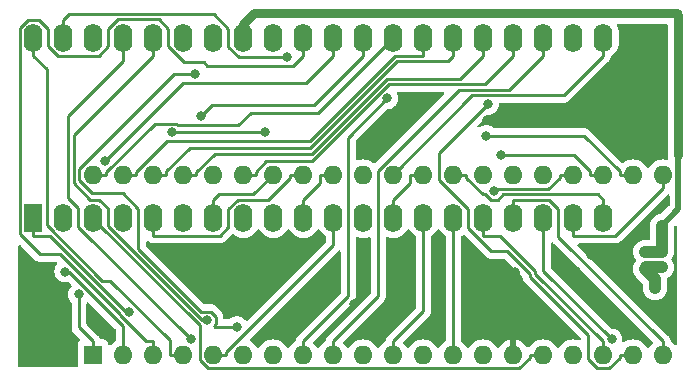
<source format=gbr>
%TF.GenerationSoftware,KiCad,Pcbnew,(6.0.7)*%
%TF.CreationDate,2023-01-02T03:09:55+00:00*%
%TF.ProjectId,CPC-40007AdapterLM1117,4350432d-3430-4303-9037-416461707465,rev?*%
%TF.SameCoordinates,Original*%
%TF.FileFunction,Copper,L2,Bot*%
%TF.FilePolarity,Positive*%
%FSLAX46Y46*%
G04 Gerber Fmt 4.6, Leading zero omitted, Abs format (unit mm)*
G04 Created by KiCad (PCBNEW (6.0.7)) date 2023-01-02 03:09:55*
%MOMM*%
%LPD*%
G01*
G04 APERTURE LIST*
%TA.AperFunction,ComponentPad*%
%ADD10R,1.600000X2.400000*%
%TD*%
%TA.AperFunction,ComponentPad*%
%ADD11O,1.600000X2.400000*%
%TD*%
%TA.AperFunction,ComponentPad*%
%ADD12R,1.600000X1.600000*%
%TD*%
%TA.AperFunction,ComponentPad*%
%ADD13O,1.600000X1.600000*%
%TD*%
%TA.AperFunction,ViaPad*%
%ADD14C,0.800000*%
%TD*%
%TA.AperFunction,Conductor*%
%ADD15C,0.750000*%
%TD*%
%TA.AperFunction,Conductor*%
%ADD16C,1.000000*%
%TD*%
%TA.AperFunction,Conductor*%
%ADD17C,0.500000*%
%TD*%
%TA.AperFunction,Conductor*%
%ADD18C,0.250000*%
%TD*%
G04 APERTURE END LIST*
D10*
%TO.P,IC2,1,~{CPUAD}*%
%TO.N,CPU*%
X141305200Y-33812400D03*
D11*
%TO.P,IC2,2,READY*%
%TO.N,READY*%
X143845200Y-33812400D03*
%TO.P,IC2,3,~{CAS}*%
%TO.N,CAS*%
X146385200Y-33812400D03*
%TO.P,IC2,4,~{244EN}*%
%TO.N,244EN*%
X148925200Y-33812400D03*
%TO.P,IC2,5,~{MWE}*%
%TO.N,MWE*%
X151465200Y-33812400D03*
%TO.P,IC2,6,~{CASAD}*%
%TO.N,CASAD*%
X154005200Y-33812400D03*
%TO.P,IC2,7,~{RAS}*%
%TO.N,RAS*%
X156545200Y-33812400D03*
%TO.P,IC2,8,XTAL*%
%TO.N,CK16*%
X159085200Y-33812400D03*
%TO.P,IC2,9,VCC2A*%
%TO.N,3.3V*%
X161625200Y-33812400D03*
%TO.P,IC2,10,~{INT}*%
%TO.N,INT*%
X164165200Y-33812400D03*
%TO.P,IC2,11,SYNC*%
%TO.N,SYNC*%
X166705200Y-33812400D03*
%TO.P,IC2,12,~{ROMEN}*%
%TO.N,ROMEN*%
X169245200Y-33812400D03*
%TO.P,IC2,13,~{RAMRD}*%
%TO.N,RAMRD*%
X171785200Y-33812400D03*
%TO.P,IC2,14,HSYNC*%
%TO.N,HSYNC*%
X174325200Y-33812400D03*
%TO.P,IC2,15,VSYNC*%
%TO.N,VSYNC*%
X176865200Y-33812400D03*
%TO.P,IC2,16,~{IORQ}*%
%TO.N,IORQ*%
X179405200Y-33812400D03*
%TO.P,IC2,17,~{M1}*%
%TO.N,M1*%
X181945200Y-33812400D03*
%TO.P,IC2,18,~{MREQ}*%
%TO.N,MREQ*%
X184485200Y-33812400D03*
%TO.P,IC2,19,~{RD}*%
%TO.N,RD*%
X187025200Y-33812400D03*
%TO.P,IC2,20,A15*%
%TO.N,/A15*%
X189565200Y-33812400D03*
%TO.P,IC2,21,A14*%
%TO.N,/A14*%
X189565200Y-18572400D03*
%TO.P,IC2,22,VCC1A*%
%TO.N,+5V*%
X187025200Y-18572400D03*
%TO.P,IC2,23,DISPEN*%
%TO.N,DISPEN*%
X184485200Y-18572400D03*
%TO.P,IC2,24,D0*%
%TO.N,/GD0*%
X181945200Y-18572400D03*
%TO.P,IC2,25,D1*%
%TO.N,/GD1*%
X179405200Y-18572400D03*
%TO.P,IC2,26,D2*%
%TO.N,/GD2*%
X176865200Y-18572400D03*
%TO.P,IC2,27,D3*%
%TO.N,/GD3*%
X174325200Y-18572400D03*
%TO.P,IC2,28,D4*%
%TO.N,/GD4*%
X171785200Y-18572400D03*
%TO.P,IC2,29,D5*%
%TO.N,/GD5*%
X169245200Y-18572400D03*
%TO.P,IC2,30,D6*%
%TO.N,/GD6*%
X166705200Y-18572400D03*
%TO.P,IC2,31,D7*%
%TO.N,/GD7*%
X164165200Y-18572400D03*
%TO.P,IC2,32,B*%
%TO.N,B*%
X161625200Y-18572400D03*
%TO.P,IC2,33,VCC2B*%
%TO.N,3.3V*%
X159085200Y-18572400D03*
%TO.P,IC2,34,G*%
%TO.N,G*%
X156545200Y-18572400D03*
%TO.P,IC2,35,GND*%
%TO.N,GND*%
X154005200Y-18572400D03*
%TO.P,IC2,36,R*%
%TO.N,R*%
X151465200Y-18572400D03*
%TO.P,IC2,37,~{RESET}*%
%TO.N,RESET*%
X148925200Y-18572400D03*
%TO.P,IC2,38,VCC1B*%
%TO.N,+5V*%
X146385200Y-18572400D03*
%TO.P,IC2,39,PHI*%
%TO.N,PHI*%
X143845200Y-18572400D03*
%TO.P,IC2,40,CCLK*%
%TO.N,CCLK*%
X141305200Y-18572400D03*
%TD*%
D12*
%TO.P,IC3,1,D5*%
%TO.N,/GD5*%
X146349200Y-45416000D03*
D13*
%TO.P,IC3,2,D6*%
%TO.N,/GD6*%
X148889200Y-45416000D03*
%TO.P,IC3,3,D7*%
%TO.N,/GD7*%
X151429200Y-45416000D03*
%TO.P,IC3,4,CCLK*%
%TO.N,CCLK*%
X153969200Y-45416000D03*
%TO.P,IC3,5,SYNC*%
%TO.N,SYNC*%
X156509200Y-45416000D03*
%TO.P,IC3,6,VCCA*%
%TO.N,+5V*%
X159049200Y-45416000D03*
%TO.P,IC3,7,~{RESET}*%
%TO.N,RESET*%
X161589200Y-45416000D03*
%TO.P,IC3,8,B*%
%TO.N,B*%
X164129200Y-45416000D03*
%TO.P,IC3,9,DISPEN*%
%TO.N,DISPEN*%
X166669200Y-45416000D03*
%TO.P,IC3,10,G*%
%TO.N,G*%
X169209200Y-45416000D03*
%TO.P,IC3,11,HSYNC*%
%TO.N,HSYNC*%
X171749200Y-45416000D03*
%TO.P,IC3,12,R*%
%TO.N,R*%
X174289200Y-45416000D03*
%TO.P,IC3,13,VSYNC*%
%TO.N,VSYNC*%
X176829200Y-45416000D03*
%TO.P,IC3,14,~{CPU}*%
%TO.N,CPU*%
X179369200Y-45416000D03*
%TO.P,IC3,15,GNDA*%
%TO.N,GND*%
X181909200Y-45416000D03*
%TO.P,IC3,16,~{CAS}*%
%TO.N,CAS*%
X184449200Y-45416000D03*
%TO.P,IC3,17,~{MREQ}*%
%TO.N,MREQ*%
X186989200Y-45416000D03*
%TO.P,IC3,18,~{IORQ}*%
%TO.N,IORQ*%
X189529200Y-45416000D03*
%TO.P,IC3,19,PHI*%
%TO.N,PHI*%
X192069200Y-45416000D03*
%TO.P,IC3,20,~{M1}*%
%TO.N,M1*%
X194609200Y-45416000D03*
%TO.P,IC3,21,~{RD}*%
%TO.N,RD*%
X194609200Y-30176000D03*
%TO.P,IC3,22,READY*%
%TO.N,READY*%
X192069200Y-30176000D03*
%TO.P,IC3,23,~{244EN}*%
%TO.N,244EN*%
X189529200Y-30176000D03*
%TO.P,IC3,24,XTAL*%
%TO.N,CK16*%
X186989200Y-30176000D03*
%TO.P,IC3,25,VCCB*%
%TO.N,+5V*%
X184449200Y-30176000D03*
%TO.P,IC3,26,GNDB*%
%TO.N,GND*%
X181909200Y-30176000D03*
%TO.P,IC3,27,~{ROMEN}*%
%TO.N,ROMEN*%
X179369200Y-30176000D03*
%TO.P,IC3,28,A15*%
%TO.N,/A15*%
X176829200Y-30176000D03*
%TO.P,IC3,29,~{RAMRD}*%
%TO.N,RAMRD*%
X174289200Y-30176000D03*
%TO.P,IC3,30,A14*%
%TO.N,/A14*%
X171749200Y-30176000D03*
%TO.P,IC3,31,~{CASAD}*%
%TO.N,CASAD*%
X169209200Y-30176000D03*
%TO.P,IC3,32,~{INT}*%
%TO.N,INT*%
X166669200Y-30176000D03*
%TO.P,IC3,33,~{MWE}*%
%TO.N,MWE*%
X164129200Y-30176000D03*
%TO.P,IC3,34,~{RAS}*%
%TO.N,RAS*%
X161589200Y-30176000D03*
%TO.P,IC3,35,D0*%
%TO.N,/GD0*%
X159049200Y-30176000D03*
%TO.P,IC3,36,GNDC*%
%TO.N,GND*%
X156509200Y-30176000D03*
%TO.P,IC3,37,D1*%
%TO.N,/GD1*%
X153969200Y-30176000D03*
%TO.P,IC3,38,D2*%
%TO.N,/GD2*%
X151429200Y-30176000D03*
%TO.P,IC3,39,D3*%
%TO.N,/GD3*%
X148889200Y-30176000D03*
%TO.P,IC3,40,D4*%
%TO.N,/GD4*%
X146349200Y-30176000D03*
%TD*%
D14*
%TO.N,3.3V*%
X193929000Y-39776400D03*
X194513000Y-38023800D03*
X194513000Y-36677600D03*
X193091000Y-36677600D03*
X193065000Y-38150800D03*
%TO.N,CPU*%
X149359100Y-41758700D03*
%TO.N,READY*%
X179641000Y-26877500D03*
X153052800Y-26595500D03*
X160916300Y-26564900D03*
%TO.N,244EN*%
X180918800Y-28540700D03*
%TO.N,CK16*%
X180313800Y-31562000D03*
%TO.N,/GD5*%
X155481400Y-25209600D03*
X145162000Y-40310700D03*
%TO.N,/GD6*%
X143988400Y-38369600D03*
X147368500Y-29000900D03*
%TO.N,B*%
X171254800Y-23711300D03*
%TO.N,G*%
X154986700Y-21650900D03*
X158538300Y-43047700D03*
%TO.N,GND*%
X146550000Y-42850000D03*
X181127000Y-43713400D03*
X153900000Y-38100000D03*
X182067000Y-38379400D03*
X172862200Y-41137800D03*
X142400000Y-43800000D03*
X165364200Y-41135800D03*
X179726200Y-25573800D03*
X187200000Y-38300000D03*
X188500000Y-37000000D03*
X168462200Y-41137800D03*
X172391400Y-24708600D03*
X175362200Y-41137800D03*
%TO.N,R*%
X156015100Y-42495200D03*
%TO.N,RESET*%
X154634000Y-44080300D03*
%TO.N,MREQ*%
X190257000Y-44122100D03*
%TO.N,PHI*%
X162793000Y-20204400D03*
X179816900Y-24180700D03*
%TD*%
D15*
%TO.N,3.3V*%
X159085000Y-18572400D02*
X159085000Y-17414800D01*
D16*
X193192000Y-38023800D02*
X193065000Y-38150800D01*
X194513000Y-38023800D02*
X193192000Y-38023800D01*
D15*
X195750000Y-16500000D02*
X195916000Y-16666200D01*
D17*
X194513000Y-34486800D02*
X195916000Y-33083800D01*
D18*
X159085200Y-18572400D02*
X159085000Y-18572400D01*
D16*
X193929000Y-39014400D02*
X193065000Y-38150800D01*
X194513000Y-36677600D02*
X194513000Y-34486800D01*
X193091000Y-36677600D02*
X194513000Y-36677600D01*
D15*
X160000000Y-16500000D02*
X195750000Y-16500000D01*
D16*
X193929000Y-39776400D02*
X193929000Y-39014400D01*
D15*
X159085000Y-17414800D02*
X160000000Y-16500000D01*
X195916000Y-16666200D02*
X195916000Y-28500000D01*
D17*
X195916000Y-33083800D02*
X195916000Y-28500000D01*
D18*
%TO.N,CPU*%
X141305200Y-33812400D02*
X141305200Y-35337500D01*
X141305200Y-35337500D02*
X142718900Y-35337500D01*
X142718900Y-35337500D02*
X149140100Y-41758700D01*
X149140100Y-41758700D02*
X149359100Y-41758700D01*
%TO.N,/A14*%
X186215000Y-23447700D02*
X189565200Y-20097500D01*
X178477500Y-23447700D02*
X186215000Y-23447700D01*
X189565200Y-18572400D02*
X189565200Y-20097500D01*
X171749200Y-30176000D02*
X178477500Y-23447700D01*
%TO.N,READY*%
X190944100Y-30176000D02*
X190944100Y-29894700D01*
X187926900Y-26877500D02*
X179641000Y-26877500D01*
X160885700Y-26595500D02*
X153052800Y-26595500D01*
X190944100Y-29894700D02*
X187926900Y-26877500D01*
X192069200Y-30176000D02*
X190944100Y-30176000D01*
X160916300Y-26564900D02*
X160885700Y-26595500D01*
%TO.N,CAS*%
X155380800Y-42898900D02*
X146385200Y-33903300D01*
X156076500Y-46576500D02*
X155380800Y-45880800D01*
X183324100Y-45416000D02*
X183324100Y-45697300D01*
X146385200Y-33903300D02*
X146385200Y-33812400D01*
X184449200Y-45416000D02*
X183324100Y-45416000D01*
X182444900Y-46576500D02*
X156076500Y-46576500D01*
X155380800Y-45880800D02*
X155380800Y-42898900D01*
X183324100Y-45697300D02*
X182444900Y-46576500D01*
%TO.N,DISPEN*%
X166669200Y-45416000D02*
X166669200Y-44290900D01*
X170479200Y-29829700D02*
X177311400Y-22997500D01*
X166669200Y-44290900D02*
X170479200Y-40480900D01*
X184485200Y-18572400D02*
X184485200Y-20097500D01*
X181585200Y-22997500D02*
X184485200Y-20097500D01*
X170479200Y-40480900D02*
X170479200Y-29829700D01*
X177311400Y-22997500D02*
X181585200Y-22997500D01*
%TO.N,244EN*%
X189529200Y-30176000D02*
X188404100Y-30176000D01*
X188404100Y-29894700D02*
X187050100Y-28540700D01*
X187050100Y-28540700D02*
X180918800Y-28540700D01*
X188404100Y-30176000D02*
X188404100Y-29894700D01*
%TO.N,/GD0*%
X181945200Y-20097500D02*
X179544500Y-22498200D01*
X160174300Y-29912400D02*
X160174300Y-30176000D01*
X181945200Y-18572400D02*
X181945200Y-20097500D01*
X164889900Y-29050900D02*
X161035800Y-29050900D01*
X161035800Y-29050900D02*
X160174300Y-29912400D01*
X159049200Y-30176000D02*
X160174300Y-30176000D01*
X179544500Y-22498200D02*
X171442600Y-22498200D01*
X171442600Y-22498200D02*
X164889900Y-29050900D01*
%TO.N,MWE*%
X164129200Y-30176000D02*
X163004100Y-30176000D01*
X163004100Y-30409100D02*
X163004100Y-30176000D01*
X151465200Y-33812400D02*
X151465200Y-35337500D01*
X151465200Y-35337500D02*
X157089600Y-35337500D01*
X158618800Y-32287300D02*
X161125900Y-32287300D01*
X161125900Y-32287300D02*
X163004100Y-30409100D01*
X157815200Y-34611900D02*
X157815200Y-33090900D01*
X157815200Y-33090900D02*
X158618800Y-32287300D01*
X157089600Y-35337500D02*
X157815200Y-34611900D01*
%TO.N,/GD1*%
X156661400Y-28375700D02*
X155094300Y-29942800D01*
X164928500Y-28375700D02*
X156661400Y-28375700D01*
X171256100Y-22048100D02*
X164928500Y-28375700D01*
X177454600Y-22048100D02*
X171256100Y-22048100D01*
X179405200Y-20097500D02*
X177454600Y-22048100D01*
X179405200Y-18572400D02*
X179405200Y-20097500D01*
X155094300Y-29942800D02*
X155094300Y-30176000D01*
X153969200Y-30176000D02*
X155094300Y-30176000D01*
%TO.N,/GD2*%
X154523500Y-27925500D02*
X164742200Y-27925500D01*
X172083600Y-20584100D02*
X176378600Y-20584100D01*
X152554300Y-30176000D02*
X152554300Y-29894700D01*
X176378600Y-20584100D02*
X176865200Y-20097500D01*
X152554300Y-29894700D02*
X154523500Y-27925500D01*
X151429200Y-30176000D02*
X152554300Y-30176000D01*
X164742200Y-27925500D02*
X172083600Y-20584100D01*
X176865200Y-18572400D02*
X176865200Y-20097500D01*
%TO.N,RAS*%
X161589200Y-30176000D02*
X159928000Y-31837200D01*
X159928000Y-31837200D02*
X156995300Y-31837200D01*
X156545200Y-33812400D02*
X156545200Y-32287300D01*
X156995300Y-31837200D02*
X156545200Y-32287300D01*
%TO.N,/GD3*%
X150014300Y-29957000D02*
X152650700Y-27320600D01*
X171933500Y-20097500D02*
X174325200Y-20097500D01*
X174325200Y-18572400D02*
X174325200Y-20097500D01*
X148889200Y-30176000D02*
X150014300Y-30176000D01*
X150014300Y-30176000D02*
X150014300Y-29957000D01*
X164710400Y-27320600D02*
X171933500Y-20097500D01*
X152650700Y-27320600D02*
X164710400Y-27320600D01*
%TO.N,CK16*%
X186989200Y-30176000D02*
X185864100Y-30176000D01*
X184886200Y-31387000D02*
X180488800Y-31387000D01*
X185864100Y-30176000D02*
X185864100Y-30409100D01*
X180488800Y-31387000D02*
X180313800Y-31562000D01*
X185864100Y-30409100D02*
X184886200Y-31387000D01*
%TO.N,/GD4*%
X158649800Y-25976000D02*
X159689700Y-24936100D01*
X153397200Y-25867500D02*
X153505700Y-25976000D01*
X153505700Y-25976000D02*
X158649800Y-25976000D01*
X165421500Y-24936100D02*
X171785200Y-18572400D01*
X147474300Y-30176000D02*
X147474300Y-29960000D01*
X146349200Y-30176000D02*
X147474300Y-30176000D01*
X159689700Y-24936100D02*
X165421500Y-24936100D01*
X151566800Y-25867500D02*
X153397200Y-25867500D01*
X147474300Y-29960000D02*
X151566800Y-25867500D01*
%TO.N,/GD5*%
X146349200Y-44290900D02*
X145162000Y-43103700D01*
X146349200Y-45416000D02*
X146349200Y-44290900D01*
X145162000Y-43103700D02*
X145162000Y-40310700D01*
X156430000Y-24261000D02*
X155481400Y-25209600D01*
X169245200Y-20097500D02*
X165081700Y-24261000D01*
X165081700Y-24261000D02*
X156430000Y-24261000D01*
X169245200Y-18572400D02*
X169245200Y-20097500D01*
%TO.N,INT*%
X165544100Y-30908400D02*
X164165200Y-32287300D01*
X166669200Y-30176000D02*
X165544100Y-30176000D01*
X164165200Y-33812400D02*
X164165200Y-32287300D01*
X165544100Y-30176000D02*
X165544100Y-30908400D01*
%TO.N,/GD6*%
X148889200Y-45416000D02*
X148889200Y-44290900D01*
X166705200Y-20097500D02*
X164390200Y-22412500D01*
X144279600Y-38369600D02*
X143988400Y-38369600D01*
X148889200Y-44290900D02*
X148889200Y-42979200D01*
X166705200Y-18572400D02*
X166705200Y-20097500D01*
X164390200Y-22412500D02*
X153956900Y-22412500D01*
X148889200Y-42979200D02*
X144279600Y-38369600D01*
X153956900Y-22412500D02*
X147368500Y-29000900D01*
%TO.N,SYNC*%
X157634300Y-45170700D02*
X166705200Y-36099800D01*
X157634300Y-45416000D02*
X157634300Y-45170700D01*
X166705200Y-33812400D02*
X166705200Y-35337500D01*
X166705200Y-36099800D02*
X166705200Y-35337500D01*
X156509200Y-45416000D02*
X157634300Y-45416000D01*
%TO.N,/GD7*%
X141874200Y-36918600D02*
X140155000Y-35199400D01*
X148633900Y-41984000D02*
X143568500Y-36918600D01*
X140155000Y-17721800D02*
X140836600Y-17040200D01*
X141774100Y-17040200D02*
X142575200Y-17841300D01*
X148489200Y-17014300D02*
X151936100Y-17014300D01*
X156014400Y-20957100D02*
X163305600Y-20957100D01*
X148633900Y-42087200D02*
X148633900Y-41984000D01*
X143368300Y-20097600D02*
X146858700Y-20097600D01*
X164165200Y-18572400D02*
X164165200Y-20097500D01*
X147655200Y-17848300D02*
X148489200Y-17014300D01*
X142575200Y-19304500D02*
X143368300Y-20097600D01*
X143568500Y-36918600D02*
X141874200Y-36918600D01*
X151429200Y-44290900D02*
X150837600Y-44290900D01*
X140155000Y-35199400D02*
X140155000Y-17721800D01*
X152735200Y-19307100D02*
X154082700Y-20654600D01*
X150837600Y-44290900D02*
X148633900Y-42087200D01*
X140836600Y-17040200D02*
X141774100Y-17040200D01*
X146858700Y-20097600D02*
X147655200Y-19301100D01*
X154082700Y-20654600D02*
X155711900Y-20654600D01*
X152735200Y-17813400D02*
X152735200Y-19307100D01*
X147655200Y-19301100D02*
X147655200Y-17848300D01*
X163305600Y-20957100D02*
X164165200Y-20097500D01*
X142575200Y-17841300D02*
X142575200Y-19304500D01*
X151936100Y-17014300D02*
X152735200Y-17813400D01*
X151429200Y-45416000D02*
X151429200Y-44290900D01*
X155711900Y-20654600D02*
X156014400Y-20957100D01*
%TO.N,B*%
X167939200Y-27026900D02*
X171254800Y-23711300D01*
X167939200Y-40480900D02*
X167939200Y-27026900D01*
X164129200Y-45416000D02*
X164129200Y-44290900D01*
X164129200Y-44290900D02*
X167939200Y-40480900D01*
%TO.N,RAMRD*%
X174289200Y-30176000D02*
X173164100Y-30176000D01*
X171785200Y-33812400D02*
X171785200Y-32287300D01*
X173164100Y-30176000D02*
X173164100Y-30908400D01*
X173164100Y-30908400D02*
X171785200Y-32287300D01*
%TO.N,HSYNC*%
X174325200Y-41714900D02*
X174325200Y-33812400D01*
X171749200Y-45416000D02*
X171749200Y-44290900D01*
X171749200Y-44290900D02*
X174325200Y-41714900D01*
%TO.N,G*%
X150195200Y-33073300D02*
X148850300Y-31728400D01*
X156647700Y-43047700D02*
X156567802Y-42967802D01*
X156315405Y-41770200D02*
X155527696Y-41770200D01*
X155527696Y-41770200D02*
X150195200Y-36437704D01*
X156740100Y-42795505D02*
X156740100Y-42194895D01*
X158538300Y-43047700D02*
X156647700Y-43047700D01*
X153208200Y-21650900D02*
X154986700Y-21650900D01*
X150195200Y-36437704D02*
X150195200Y-33073300D01*
X145165500Y-29693600D02*
X153208200Y-21650900D01*
X156740100Y-42194895D02*
X156315405Y-41770200D01*
X145165500Y-30612900D02*
X145165500Y-29693600D01*
X148850300Y-31728400D02*
X146281000Y-31728400D01*
X156567802Y-42967802D02*
X156740100Y-42795505D01*
X146281000Y-31728400D02*
X145165500Y-30612900D01*
%TO.N,VSYNC*%
X176829200Y-44290900D02*
X176865200Y-44254900D01*
X176829200Y-45416000D02*
X176829200Y-44290900D01*
X176865200Y-44254900D02*
X176865200Y-33812400D01*
D15*
%TO.N,GND*%
X181127000Y-43713400D02*
X181127000Y-39319200D01*
X181127000Y-39319200D02*
X182067000Y-38379400D01*
D18*
%TO.N,IORQ*%
X189529200Y-45416000D02*
X189529200Y-44290900D01*
X180839400Y-35337500D02*
X179405200Y-35337500D01*
X183792300Y-38290400D02*
X180839400Y-35337500D01*
X183792300Y-38554000D02*
X183792300Y-38290400D01*
X179405200Y-33812400D02*
X179405200Y-35337500D01*
X189529200Y-44290900D02*
X183792300Y-38554000D01*
%TO.N,R*%
X144715300Y-30882900D02*
X146119600Y-32287200D01*
X151465200Y-18572400D02*
X151465200Y-20097500D01*
X147600900Y-34479800D02*
X155616300Y-42495200D01*
X146119600Y-32287200D02*
X146858000Y-32287200D01*
X147600900Y-33030100D02*
X147600900Y-34479800D01*
X146858000Y-32287200D02*
X147600900Y-33030100D01*
X144715300Y-26847400D02*
X144715300Y-30882900D01*
X151465200Y-20097500D02*
X144715300Y-26847400D01*
X155616300Y-42495200D02*
X156015100Y-42495200D01*
%TO.N,M1*%
X194609200Y-45416000D02*
X194609200Y-44290900D01*
X185755200Y-33083600D02*
X185755200Y-35436900D01*
X181945200Y-33812400D02*
X181945200Y-32287300D01*
X184958900Y-32287300D02*
X185755200Y-33083600D01*
X181945200Y-32287300D02*
X184958900Y-32287300D01*
X185755200Y-35436900D02*
X194609200Y-44290900D01*
%TO.N,RESET*%
X145115200Y-33024800D02*
X145115200Y-34561500D01*
X148925200Y-20559500D02*
X144264400Y-25220300D01*
X144264400Y-25220300D02*
X144264400Y-32174000D01*
X148925200Y-18572400D02*
X148925200Y-20559500D01*
X145115200Y-34561500D02*
X154634000Y-44080300D01*
X144264400Y-32174000D02*
X145115200Y-33024800D01*
%TO.N,MREQ*%
X184485200Y-33812400D02*
X184485200Y-38350300D01*
X184485200Y-38350300D02*
X190257000Y-44122100D01*
%TO.N,RD*%
X187025200Y-33812400D02*
X187025200Y-35337500D01*
X190572800Y-35337500D02*
X187025200Y-35337500D01*
X194609200Y-30176000D02*
X194609200Y-31301100D01*
X194609200Y-31301100D02*
X190572800Y-35337500D01*
%TO.N,PHI*%
X175639700Y-28357900D02*
X179816900Y-24180700D01*
X189051900Y-46576300D02*
X188259200Y-45783600D01*
X183342100Y-38561700D02*
X181440300Y-36659900D01*
X175639700Y-30577900D02*
X175639700Y-28357900D01*
X181440300Y-36659900D02*
X180084600Y-36659900D01*
X188259200Y-43733200D02*
X183342100Y-38816100D01*
X162793000Y-20204400D02*
X158687500Y-20204400D01*
X157815200Y-19332100D02*
X157815200Y-17796400D01*
X192069200Y-45416000D02*
X190944100Y-45416000D01*
X178135200Y-34710500D02*
X178135200Y-33073400D01*
X158687500Y-20204400D02*
X157815200Y-19332100D01*
X190944100Y-45697300D02*
X190065100Y-46576300D01*
X183342100Y-38816100D02*
X183342100Y-38561700D01*
X190944100Y-45416000D02*
X190944100Y-45697300D01*
X188259200Y-45783600D02*
X188259200Y-43733200D01*
X144328400Y-16564100D02*
X143845200Y-17047300D01*
X190065100Y-46576300D02*
X189051900Y-46576300D01*
X157815200Y-17796400D02*
X156582900Y-16564100D01*
X143845200Y-18572400D02*
X143845200Y-17047300D01*
X180084600Y-36659900D02*
X178135200Y-34710500D01*
X178135200Y-33073400D02*
X175639700Y-30577900D01*
X156582900Y-16564100D02*
X144328400Y-16564100D01*
%TO.N,/A15*%
X180614100Y-32306200D02*
X181083100Y-31837200D01*
X177954300Y-30409200D02*
X179382300Y-31837200D01*
X176829200Y-30176000D02*
X177954300Y-30176000D01*
X180013500Y-32306200D02*
X180614100Y-32306200D01*
X189565200Y-33812400D02*
X189565200Y-32287300D01*
X177954300Y-30176000D02*
X177954300Y-30409200D01*
X189115100Y-31837200D02*
X189565200Y-32287300D01*
X179382300Y-31837200D02*
X179544500Y-31837200D01*
X179544500Y-31837200D02*
X180013500Y-32306200D01*
X181083100Y-31837200D02*
X189115100Y-31837200D01*
%TO.N,CCLK*%
X153969200Y-45416000D02*
X152844100Y-45416000D01*
X152844100Y-45416000D02*
X152844100Y-44206000D01*
X147766900Y-39128800D02*
X147146900Y-39128800D01*
X152844100Y-44206000D02*
X147766900Y-39128800D01*
X147146900Y-39128800D02*
X142430400Y-34412300D01*
X142430400Y-34412300D02*
X142430400Y-21222700D01*
X142430400Y-21222700D02*
X141305200Y-20097500D01*
X141305200Y-18572400D02*
X141305200Y-20097500D01*
%TD*%
%TA.AperFunction,Conductor*%
%TO.N,GND*%
G36*
X140217012Y-36157770D02*
G01*
X140223593Y-36163897D01*
X140797566Y-36737871D01*
X141370548Y-37310853D01*
X141378088Y-37319139D01*
X141382200Y-37325618D01*
X141387977Y-37331043D01*
X141431851Y-37372243D01*
X141434693Y-37374998D01*
X141454430Y-37394735D01*
X141457627Y-37397215D01*
X141466647Y-37404918D01*
X141498879Y-37435186D01*
X141505825Y-37439005D01*
X141505828Y-37439007D01*
X141516634Y-37444948D01*
X141533153Y-37455799D01*
X141549159Y-37468214D01*
X141556428Y-37471359D01*
X141556432Y-37471362D01*
X141589737Y-37485774D01*
X141600387Y-37490991D01*
X141639140Y-37512295D01*
X141646815Y-37514266D01*
X141646816Y-37514266D01*
X141658762Y-37517333D01*
X141677467Y-37523737D01*
X141696055Y-37531781D01*
X141703878Y-37533020D01*
X141703888Y-37533023D01*
X141739724Y-37538699D01*
X141751344Y-37541105D01*
X141786489Y-37550128D01*
X141794170Y-37552100D01*
X141814424Y-37552100D01*
X141834134Y-37553651D01*
X141854143Y-37556820D01*
X141862035Y-37556074D01*
X141898161Y-37552659D01*
X141910019Y-37552100D01*
X143218974Y-37552100D01*
X143287095Y-37572102D01*
X143333588Y-37625758D01*
X143343692Y-37696032D01*
X143312611Y-37762408D01*
X143249360Y-37832656D01*
X143153873Y-37998044D01*
X143094858Y-38179672D01*
X143074896Y-38369600D01*
X143075586Y-38376165D01*
X143092628Y-38538306D01*
X143094858Y-38559528D01*
X143153873Y-38741156D01*
X143249360Y-38906544D01*
X143253778Y-38911451D01*
X143253779Y-38911452D01*
X143344770Y-39012508D01*
X143377147Y-39048466D01*
X143531648Y-39160718D01*
X143537676Y-39163402D01*
X143537678Y-39163403D01*
X143700081Y-39235709D01*
X143706112Y-39238394D01*
X143788038Y-39255808D01*
X143886456Y-39276728D01*
X143886461Y-39276728D01*
X143892913Y-39278100D01*
X144083887Y-39278100D01*
X144090339Y-39276728D01*
X144090344Y-39276728D01*
X144188764Y-39255808D01*
X144259555Y-39261210D01*
X144304056Y-39289960D01*
X144511296Y-39497200D01*
X144545322Y-39559512D01*
X144540257Y-39630327D01*
X144515839Y-39670603D01*
X144422960Y-39773756D01*
X144327473Y-39939144D01*
X144268458Y-40120772D01*
X144267768Y-40127333D01*
X144267768Y-40127335D01*
X144254308Y-40255401D01*
X144248496Y-40310700D01*
X144249186Y-40317265D01*
X144267390Y-40490462D01*
X144268458Y-40500628D01*
X144327473Y-40682256D01*
X144330776Y-40687978D01*
X144330777Y-40687979D01*
X144343836Y-40710598D01*
X144422960Y-40847644D01*
X144496137Y-40928915D01*
X144526853Y-40992921D01*
X144528500Y-41013224D01*
X144528500Y-43024933D01*
X144527973Y-43036116D01*
X144526298Y-43043609D01*
X144526547Y-43051535D01*
X144526547Y-43051536D01*
X144528438Y-43111686D01*
X144528500Y-43115645D01*
X144528500Y-43143556D01*
X144528997Y-43147490D01*
X144528997Y-43147491D01*
X144529005Y-43147556D01*
X144529938Y-43159393D01*
X144531327Y-43203589D01*
X144536978Y-43223039D01*
X144540987Y-43242400D01*
X144542192Y-43251934D01*
X144543526Y-43262497D01*
X144546445Y-43269868D01*
X144546445Y-43269870D01*
X144559804Y-43303612D01*
X144563649Y-43314842D01*
X144573771Y-43349683D01*
X144575982Y-43357293D01*
X144580015Y-43364112D01*
X144580017Y-43364117D01*
X144586293Y-43374728D01*
X144594988Y-43392476D01*
X144602448Y-43411317D01*
X144607110Y-43417733D01*
X144607110Y-43417734D01*
X144628436Y-43447087D01*
X144634952Y-43457007D01*
X144657458Y-43495062D01*
X144671779Y-43509383D01*
X144684619Y-43524416D01*
X144696528Y-43540807D01*
X144718349Y-43558859D01*
X144730605Y-43568998D01*
X144739384Y-43576988D01*
X145214185Y-44051789D01*
X145248211Y-44114101D01*
X145243146Y-44184916D01*
X145200655Y-44241710D01*
X145185939Y-44252739D01*
X145098585Y-44369295D01*
X145047455Y-44505684D01*
X145040700Y-44567866D01*
X145040700Y-46264134D01*
X145047455Y-46326316D01*
X145050228Y-46333714D01*
X145050856Y-46336354D01*
X145047153Y-46407254D01*
X145005707Y-46464898D01*
X144939677Y-46490983D01*
X144928273Y-46491500D01*
X140134500Y-46491500D01*
X140066379Y-46471498D01*
X140019886Y-46417842D01*
X140008500Y-46365500D01*
X140008500Y-36252994D01*
X140028502Y-36184873D01*
X140082158Y-36138380D01*
X140152432Y-36128276D01*
X140217012Y-36157770D01*
G37*
%TD.AperFunction*%
%TA.AperFunction,Conductor*%
G36*
X177781316Y-35258231D02*
G01*
X177806548Y-35277752D01*
X178704094Y-36175299D01*
X179580948Y-37052153D01*
X179588488Y-37060439D01*
X179592600Y-37066918D01*
X179598377Y-37072343D01*
X179642251Y-37113543D01*
X179645093Y-37116298D01*
X179664830Y-37136035D01*
X179668027Y-37138515D01*
X179677047Y-37146218D01*
X179709279Y-37176486D01*
X179716225Y-37180305D01*
X179716228Y-37180307D01*
X179727034Y-37186248D01*
X179743553Y-37197099D01*
X179759559Y-37209514D01*
X179766828Y-37212659D01*
X179766832Y-37212662D01*
X179800137Y-37227074D01*
X179810787Y-37232291D01*
X179849540Y-37253595D01*
X179857215Y-37255566D01*
X179857216Y-37255566D01*
X179869162Y-37258633D01*
X179887867Y-37265037D01*
X179906455Y-37273081D01*
X179914278Y-37274320D01*
X179914288Y-37274323D01*
X179950124Y-37279999D01*
X179961744Y-37282405D01*
X179996889Y-37291428D01*
X180004570Y-37293400D01*
X180024824Y-37293400D01*
X180044534Y-37294951D01*
X180064543Y-37298120D01*
X180072435Y-37297374D01*
X180108561Y-37293959D01*
X180120419Y-37293400D01*
X181125706Y-37293400D01*
X181193827Y-37313402D01*
X181214801Y-37330305D01*
X182673261Y-38788765D01*
X182707287Y-38851077D01*
X182710104Y-38873899D01*
X182711427Y-38915989D01*
X182717078Y-38935439D01*
X182721087Y-38954800D01*
X182723626Y-38974897D01*
X182726545Y-38982268D01*
X182726545Y-38982270D01*
X182739904Y-39016012D01*
X182743749Y-39027242D01*
X182756082Y-39069693D01*
X182760115Y-39076512D01*
X182760117Y-39076517D01*
X182766393Y-39087128D01*
X182775088Y-39104876D01*
X182782548Y-39123717D01*
X182787210Y-39130133D01*
X182787210Y-39130134D01*
X182808536Y-39159487D01*
X182815052Y-39169407D01*
X182837558Y-39207462D01*
X182851879Y-39221783D01*
X182864719Y-39236816D01*
X182876628Y-39253207D01*
X182882734Y-39258258D01*
X182910705Y-39281398D01*
X182919484Y-39289388D01*
X187588795Y-43958699D01*
X187622821Y-44021011D01*
X187625700Y-44047794D01*
X187625700Y-44071255D01*
X187605698Y-44139376D01*
X187552042Y-44185869D01*
X187481768Y-44195973D01*
X187446447Y-44185448D01*
X187443430Y-44184041D01*
X187443425Y-44184039D01*
X187438443Y-44181716D01*
X187433135Y-44180294D01*
X187433133Y-44180293D01*
X187222602Y-44123881D01*
X187222600Y-44123881D01*
X187217287Y-44122457D01*
X186989200Y-44102502D01*
X186761113Y-44122457D01*
X186755800Y-44123881D01*
X186755798Y-44123881D01*
X186545267Y-44180293D01*
X186545265Y-44180294D01*
X186539957Y-44181716D01*
X186534976Y-44184039D01*
X186534975Y-44184039D01*
X186337438Y-44276151D01*
X186337433Y-44276154D01*
X186332451Y-44278477D01*
X186272308Y-44320590D01*
X186149411Y-44406643D01*
X186149408Y-44406645D01*
X186144900Y-44409802D01*
X185983002Y-44571700D01*
X185979845Y-44576208D01*
X185979843Y-44576211D01*
X185949552Y-44619471D01*
X185851677Y-44759251D01*
X185849354Y-44764233D01*
X185849351Y-44764238D01*
X185833395Y-44798457D01*
X185786478Y-44851742D01*
X185718201Y-44871203D01*
X185650241Y-44850661D01*
X185605005Y-44798457D01*
X185589049Y-44764238D01*
X185589046Y-44764233D01*
X185586723Y-44759251D01*
X185488848Y-44619471D01*
X185458557Y-44576211D01*
X185458555Y-44576208D01*
X185455398Y-44571700D01*
X185293500Y-44409802D01*
X185288992Y-44406645D01*
X185288989Y-44406643D01*
X185166092Y-44320590D01*
X185105949Y-44278477D01*
X185100967Y-44276154D01*
X185100962Y-44276151D01*
X184903425Y-44184039D01*
X184903424Y-44184039D01*
X184898443Y-44181716D01*
X184893135Y-44180294D01*
X184893133Y-44180293D01*
X184682602Y-44123881D01*
X184682600Y-44123881D01*
X184677287Y-44122457D01*
X184449200Y-44102502D01*
X184221113Y-44122457D01*
X184215800Y-44123881D01*
X184215798Y-44123881D01*
X184005267Y-44180293D01*
X184005265Y-44180294D01*
X183999957Y-44181716D01*
X183994976Y-44184039D01*
X183994975Y-44184039D01*
X183797438Y-44276151D01*
X183797433Y-44276154D01*
X183792451Y-44278477D01*
X183732308Y-44320590D01*
X183609411Y-44406643D01*
X183609408Y-44406645D01*
X183604900Y-44409802D01*
X183443002Y-44571700D01*
X183439845Y-44576208D01*
X183439843Y-44576211D01*
X183329774Y-44733406D01*
X183274317Y-44777734D01*
X183234473Y-44786886D01*
X183212364Y-44788277D01*
X183212363Y-44788277D01*
X183204450Y-44788775D01*
X183196909Y-44791225D01*
X183196613Y-44791321D01*
X183173469Y-44796494D01*
X183173272Y-44796519D01*
X183171246Y-44796775D01*
X183171241Y-44796775D01*
X183165300Y-44797526D01*
X183165179Y-44796568D01*
X183101147Y-44794371D01*
X183042773Y-44753961D01*
X183037558Y-44747034D01*
X182918172Y-44576533D01*
X182911116Y-44568125D01*
X182757075Y-44414084D01*
X182748667Y-44407028D01*
X182570207Y-44282069D01*
X182560711Y-44276586D01*
X182363253Y-44184510D01*
X182352961Y-44180764D01*
X182180697Y-44134606D01*
X182166601Y-44134942D01*
X182163200Y-44142884D01*
X182163200Y-45544000D01*
X182143198Y-45612121D01*
X182089542Y-45658614D01*
X182037200Y-45670000D01*
X181781200Y-45670000D01*
X181713079Y-45649998D01*
X181666586Y-45596342D01*
X181655200Y-45544000D01*
X181655200Y-44148033D01*
X181651227Y-44134502D01*
X181642678Y-44133273D01*
X181465439Y-44180764D01*
X181455147Y-44184510D01*
X181257689Y-44276586D01*
X181248193Y-44282069D01*
X181069733Y-44407028D01*
X181061325Y-44414084D01*
X180907284Y-44568125D01*
X180900228Y-44576533D01*
X180775269Y-44754993D01*
X180769786Y-44764489D01*
X180753671Y-44799049D01*
X180706754Y-44852334D01*
X180638477Y-44871795D01*
X180570517Y-44851253D01*
X180525281Y-44799049D01*
X180509049Y-44764238D01*
X180509046Y-44764233D01*
X180506723Y-44759251D01*
X180408848Y-44619471D01*
X180378557Y-44576211D01*
X180378555Y-44576208D01*
X180375398Y-44571700D01*
X180213500Y-44409802D01*
X180208992Y-44406645D01*
X180208989Y-44406643D01*
X180086092Y-44320590D01*
X180025949Y-44278477D01*
X180020967Y-44276154D01*
X180020962Y-44276151D01*
X179823425Y-44184039D01*
X179823424Y-44184039D01*
X179818443Y-44181716D01*
X179813135Y-44180294D01*
X179813133Y-44180293D01*
X179602602Y-44123881D01*
X179602600Y-44123881D01*
X179597287Y-44122457D01*
X179369200Y-44102502D01*
X179141113Y-44122457D01*
X179135800Y-44123881D01*
X179135798Y-44123881D01*
X178925267Y-44180293D01*
X178925265Y-44180294D01*
X178919957Y-44181716D01*
X178914976Y-44184039D01*
X178914975Y-44184039D01*
X178717438Y-44276151D01*
X178717433Y-44276154D01*
X178712451Y-44278477D01*
X178652308Y-44320590D01*
X178529411Y-44406643D01*
X178529408Y-44406645D01*
X178524900Y-44409802D01*
X178363002Y-44571700D01*
X178359845Y-44576208D01*
X178359843Y-44576211D01*
X178329552Y-44619471D01*
X178231677Y-44759251D01*
X178229354Y-44764233D01*
X178229351Y-44764238D01*
X178213395Y-44798457D01*
X178166478Y-44851742D01*
X178098201Y-44871203D01*
X178030241Y-44850661D01*
X177985005Y-44798457D01*
X177969049Y-44764238D01*
X177969046Y-44764233D01*
X177966723Y-44759251D01*
X177868848Y-44619471D01*
X177838557Y-44576211D01*
X177838555Y-44576208D01*
X177835398Y-44571700D01*
X177673500Y-44409802D01*
X177668992Y-44406645D01*
X177668989Y-44406643D01*
X177552706Y-44325221D01*
X177508378Y-44269764D01*
X177499537Y-44233879D01*
X177499260Y-44230952D01*
X177498700Y-44219081D01*
X177498700Y-35431794D01*
X177518702Y-35363673D01*
X177552429Y-35328581D01*
X177645182Y-35263634D01*
X177712456Y-35240946D01*
X177781316Y-35258231D01*
G37*
%TD.AperFunction*%
%TA.AperFunction,Conductor*%
G36*
X173124159Y-34777739D02*
G01*
X173169395Y-34829943D01*
X173185351Y-34864162D01*
X173185354Y-34864167D01*
X173187677Y-34869149D01*
X173319002Y-35056700D01*
X173480900Y-35218598D01*
X173485408Y-35221755D01*
X173485411Y-35221757D01*
X173637971Y-35328581D01*
X173682299Y-35384038D01*
X173691700Y-35431794D01*
X173691700Y-41400306D01*
X173671698Y-41468427D01*
X173654795Y-41489401D01*
X171356947Y-43787248D01*
X171348661Y-43794788D01*
X171342182Y-43798900D01*
X171336757Y-43804677D01*
X171295557Y-43848551D01*
X171292802Y-43851393D01*
X171273065Y-43871130D01*
X171270590Y-43874321D01*
X171262882Y-43883347D01*
X171232614Y-43915579D01*
X171228795Y-43922525D01*
X171228793Y-43922528D01*
X171222852Y-43933334D01*
X171212001Y-43949853D01*
X171199586Y-43965859D01*
X171196441Y-43973128D01*
X171196438Y-43973132D01*
X171182026Y-44006437D01*
X171176809Y-44017087D01*
X171155505Y-44055840D01*
X171153534Y-44063515D01*
X171153534Y-44063516D01*
X171150467Y-44075462D01*
X171144063Y-44094166D01*
X171140249Y-44102981D01*
X171136019Y-44112755D01*
X171134780Y-44120578D01*
X171134777Y-44120588D01*
X171129101Y-44156424D01*
X171126695Y-44168044D01*
X171117671Y-44203190D01*
X171117670Y-44203196D01*
X171115700Y-44210870D01*
X171115700Y-44213265D01*
X171088304Y-44276087D01*
X171063948Y-44298435D01*
X170909411Y-44406643D01*
X170909408Y-44406645D01*
X170904900Y-44409802D01*
X170743002Y-44571700D01*
X170739845Y-44576208D01*
X170739843Y-44576211D01*
X170709552Y-44619471D01*
X170611677Y-44759251D01*
X170609354Y-44764233D01*
X170609351Y-44764238D01*
X170593395Y-44798457D01*
X170546478Y-44851742D01*
X170478201Y-44871203D01*
X170410241Y-44850661D01*
X170365005Y-44798457D01*
X170349049Y-44764238D01*
X170349046Y-44764233D01*
X170346723Y-44759251D01*
X170248848Y-44619471D01*
X170218557Y-44576211D01*
X170218555Y-44576208D01*
X170215398Y-44571700D01*
X170053500Y-44409802D01*
X170048992Y-44406645D01*
X170048989Y-44406643D01*
X169926092Y-44320590D01*
X169865949Y-44278477D01*
X169860967Y-44276154D01*
X169860962Y-44276151D01*
X169663425Y-44184039D01*
X169663424Y-44184039D01*
X169658443Y-44181716D01*
X169653135Y-44180294D01*
X169653133Y-44180293D01*
X169442602Y-44123881D01*
X169442600Y-44123881D01*
X169437287Y-44122457D01*
X169209200Y-44102502D01*
X168981113Y-44122457D01*
X168975800Y-44123881D01*
X168975798Y-44123881D01*
X168765267Y-44180293D01*
X168765265Y-44180294D01*
X168759957Y-44181716D01*
X168754976Y-44184039D01*
X168754975Y-44184039D01*
X168557438Y-44276151D01*
X168557433Y-44276154D01*
X168552451Y-44278477D01*
X168492308Y-44320590D01*
X168369411Y-44406643D01*
X168369408Y-44406645D01*
X168364900Y-44409802D01*
X168203002Y-44571700D01*
X168199845Y-44576208D01*
X168199843Y-44576211D01*
X168169552Y-44619471D01*
X168071677Y-44759251D01*
X168069354Y-44764233D01*
X168069351Y-44764238D01*
X168053395Y-44798457D01*
X168006478Y-44851742D01*
X167938201Y-44871203D01*
X167870241Y-44850661D01*
X167825005Y-44798457D01*
X167809049Y-44764238D01*
X167809046Y-44764233D01*
X167806723Y-44759251D01*
X167708848Y-44619471D01*
X167678557Y-44576211D01*
X167678555Y-44576208D01*
X167675398Y-44571700D01*
X167568946Y-44465248D01*
X167534920Y-44402936D01*
X167539985Y-44332121D01*
X167568946Y-44287058D01*
X170871447Y-40984557D01*
X170879737Y-40977013D01*
X170886218Y-40972900D01*
X170932859Y-40923232D01*
X170935613Y-40920391D01*
X170955335Y-40900669D01*
X170957812Y-40897476D01*
X170965517Y-40888455D01*
X170990359Y-40862000D01*
X170995786Y-40856221D01*
X171000501Y-40847644D01*
X171005546Y-40838468D01*
X171016402Y-40821941D01*
X171023957Y-40812202D01*
X171023958Y-40812200D01*
X171028814Y-40805940D01*
X171046374Y-40765360D01*
X171051591Y-40754712D01*
X171069075Y-40722909D01*
X171069076Y-40722907D01*
X171072895Y-40715960D01*
X171077933Y-40696337D01*
X171084337Y-40677634D01*
X171089233Y-40666320D01*
X171089233Y-40666319D01*
X171092381Y-40659045D01*
X171093620Y-40651222D01*
X171093623Y-40651212D01*
X171099299Y-40615376D01*
X171101705Y-40603756D01*
X171110728Y-40568611D01*
X171110728Y-40568610D01*
X171112700Y-40560930D01*
X171112700Y-40540676D01*
X171114251Y-40520965D01*
X171116180Y-40508786D01*
X171117420Y-40500957D01*
X171113259Y-40456938D01*
X171112700Y-40445081D01*
X171112700Y-35540358D01*
X171132702Y-35472237D01*
X171186358Y-35425744D01*
X171256632Y-35415640D01*
X171291948Y-35426162D01*
X171335957Y-35446684D01*
X171341265Y-35448106D01*
X171341267Y-35448107D01*
X171551798Y-35504519D01*
X171551800Y-35504519D01*
X171557113Y-35505943D01*
X171785200Y-35525898D01*
X172013287Y-35505943D01*
X172018600Y-35504519D01*
X172018602Y-35504519D01*
X172229133Y-35448107D01*
X172229135Y-35448106D01*
X172234443Y-35446684D01*
X172266375Y-35431794D01*
X172436962Y-35352249D01*
X172436967Y-35352246D01*
X172441949Y-35349923D01*
X172565182Y-35263634D01*
X172624989Y-35221757D01*
X172624992Y-35221755D01*
X172629500Y-35218598D01*
X172791398Y-35056700D01*
X172922723Y-34869149D01*
X172925046Y-34864167D01*
X172925049Y-34864162D01*
X172941005Y-34829943D01*
X172987922Y-34776658D01*
X173056199Y-34757197D01*
X173124159Y-34777739D01*
G37*
%TD.AperFunction*%
%TA.AperFunction,Conductor*%
G36*
X175664159Y-34777739D02*
G01*
X175709395Y-34829943D01*
X175725351Y-34864162D01*
X175725354Y-34864167D01*
X175727677Y-34869149D01*
X175859002Y-35056700D01*
X176020900Y-35218598D01*
X176025408Y-35221755D01*
X176025411Y-35221757D01*
X176177971Y-35328581D01*
X176222299Y-35384038D01*
X176231700Y-35431794D01*
X176231700Y-44050426D01*
X176221338Y-44100465D01*
X176216019Y-44112755D01*
X176214780Y-44120578D01*
X176214777Y-44120588D01*
X176209101Y-44156424D01*
X176206695Y-44168044D01*
X176197671Y-44203190D01*
X176197670Y-44203196D01*
X176195700Y-44210870D01*
X176195700Y-44213265D01*
X176168304Y-44276087D01*
X176143948Y-44298435D01*
X175989411Y-44406643D01*
X175989408Y-44406645D01*
X175984900Y-44409802D01*
X175823002Y-44571700D01*
X175819845Y-44576208D01*
X175819843Y-44576211D01*
X175789552Y-44619471D01*
X175691677Y-44759251D01*
X175689354Y-44764233D01*
X175689351Y-44764238D01*
X175673395Y-44798457D01*
X175626478Y-44851742D01*
X175558201Y-44871203D01*
X175490241Y-44850661D01*
X175445005Y-44798457D01*
X175429049Y-44764238D01*
X175429046Y-44764233D01*
X175426723Y-44759251D01*
X175328848Y-44619471D01*
X175298557Y-44576211D01*
X175298555Y-44576208D01*
X175295398Y-44571700D01*
X175133500Y-44409802D01*
X175128992Y-44406645D01*
X175128989Y-44406643D01*
X175006092Y-44320590D01*
X174945949Y-44278477D01*
X174940967Y-44276154D01*
X174940962Y-44276151D01*
X174743425Y-44184039D01*
X174743424Y-44184039D01*
X174738443Y-44181716D01*
X174733135Y-44180294D01*
X174733133Y-44180293D01*
X174522602Y-44123881D01*
X174522600Y-44123881D01*
X174517287Y-44122457D01*
X174289200Y-44102502D01*
X174061113Y-44122457D01*
X174055800Y-44123881D01*
X174055798Y-44123881D01*
X173845267Y-44180293D01*
X173845265Y-44180294D01*
X173839957Y-44181716D01*
X173834976Y-44184039D01*
X173834975Y-44184039D01*
X173637438Y-44276151D01*
X173637433Y-44276154D01*
X173632451Y-44278477D01*
X173572308Y-44320590D01*
X173449411Y-44406643D01*
X173449408Y-44406645D01*
X173444900Y-44409802D01*
X173283002Y-44571700D01*
X173279845Y-44576208D01*
X173279843Y-44576211D01*
X173249552Y-44619471D01*
X173151677Y-44759251D01*
X173149354Y-44764233D01*
X173149351Y-44764238D01*
X173133395Y-44798457D01*
X173086478Y-44851742D01*
X173018201Y-44871203D01*
X172950241Y-44850661D01*
X172905005Y-44798457D01*
X172889049Y-44764238D01*
X172889046Y-44764233D01*
X172886723Y-44759251D01*
X172788848Y-44619471D01*
X172758557Y-44576211D01*
X172758555Y-44576208D01*
X172755398Y-44571700D01*
X172648946Y-44465248D01*
X172614920Y-44402936D01*
X172619985Y-44332121D01*
X172648946Y-44287058D01*
X174717447Y-42218557D01*
X174725737Y-42211013D01*
X174732218Y-42206900D01*
X174778859Y-42157232D01*
X174781613Y-42154391D01*
X174801334Y-42134670D01*
X174803812Y-42131475D01*
X174811518Y-42122453D01*
X174813975Y-42119837D01*
X174841786Y-42090221D01*
X174851546Y-42072468D01*
X174862399Y-42055945D01*
X174869953Y-42046206D01*
X174874813Y-42039941D01*
X174892376Y-41999357D01*
X174897583Y-41988727D01*
X174918895Y-41949960D01*
X174920866Y-41942283D01*
X174920868Y-41942278D01*
X174923932Y-41930342D01*
X174930338Y-41911630D01*
X174935233Y-41900319D01*
X174938381Y-41893045D01*
X174939621Y-41885217D01*
X174939623Y-41885210D01*
X174945299Y-41849376D01*
X174947705Y-41837756D01*
X174956728Y-41802611D01*
X174956728Y-41802610D01*
X174958700Y-41794930D01*
X174958700Y-41774676D01*
X174960251Y-41754965D01*
X174962180Y-41742786D01*
X174963420Y-41734957D01*
X174959259Y-41690938D01*
X174958700Y-41679081D01*
X174958700Y-35431794D01*
X174978702Y-35363673D01*
X175012429Y-35328581D01*
X175164989Y-35221757D01*
X175164992Y-35221755D01*
X175169500Y-35218598D01*
X175331398Y-35056700D01*
X175462723Y-34869149D01*
X175465046Y-34864167D01*
X175465049Y-34864162D01*
X175481005Y-34829943D01*
X175527922Y-34776658D01*
X175596199Y-34757197D01*
X175664159Y-34777739D01*
G37*
%TD.AperFunction*%
%TA.AperFunction,Conductor*%
G36*
X185327212Y-35905270D02*
G01*
X185333795Y-35911399D01*
X193709455Y-44287060D01*
X193743480Y-44349370D01*
X193738415Y-44420185D01*
X193709454Y-44465248D01*
X193603002Y-44571700D01*
X193599845Y-44576208D01*
X193599843Y-44576211D01*
X193569552Y-44619471D01*
X193471677Y-44759251D01*
X193469354Y-44764233D01*
X193469351Y-44764238D01*
X193453395Y-44798457D01*
X193406478Y-44851742D01*
X193338201Y-44871203D01*
X193270241Y-44850661D01*
X193225005Y-44798457D01*
X193209049Y-44764238D01*
X193209046Y-44764233D01*
X193206723Y-44759251D01*
X193108848Y-44619471D01*
X193078557Y-44576211D01*
X193078555Y-44576208D01*
X193075398Y-44571700D01*
X192913500Y-44409802D01*
X192908992Y-44406645D01*
X192908989Y-44406643D01*
X192786092Y-44320590D01*
X192725949Y-44278477D01*
X192720967Y-44276154D01*
X192720962Y-44276151D01*
X192523425Y-44184039D01*
X192523424Y-44184039D01*
X192518443Y-44181716D01*
X192513135Y-44180294D01*
X192513133Y-44180293D01*
X192302602Y-44123881D01*
X192302600Y-44123881D01*
X192297287Y-44122457D01*
X192069200Y-44102502D01*
X191841113Y-44122457D01*
X191835800Y-44123881D01*
X191835798Y-44123881D01*
X191625267Y-44180293D01*
X191625265Y-44180294D01*
X191619957Y-44181716D01*
X191614976Y-44184039D01*
X191614975Y-44184039D01*
X191417438Y-44276151D01*
X191417433Y-44276154D01*
X191412451Y-44278477D01*
X191381972Y-44299819D01*
X191360022Y-44315188D01*
X191292748Y-44337875D01*
X191223888Y-44320590D01*
X191175304Y-44268820D01*
X191162442Y-44198803D01*
X191162740Y-44195973D01*
X191170504Y-44122100D01*
X191169008Y-44107869D01*
X191151232Y-43938735D01*
X191151232Y-43938733D01*
X191150542Y-43932172D01*
X191091527Y-43750544D01*
X190996040Y-43585156D01*
X190941351Y-43524417D01*
X190872675Y-43448145D01*
X190872674Y-43448144D01*
X190868253Y-43443234D01*
X190713752Y-43330982D01*
X190707724Y-43328298D01*
X190707722Y-43328297D01*
X190545319Y-43255991D01*
X190545318Y-43255991D01*
X190539288Y-43253306D01*
X190441691Y-43232561D01*
X190358944Y-43214972D01*
X190358939Y-43214972D01*
X190352487Y-43213600D01*
X190296594Y-43213600D01*
X190228473Y-43193598D01*
X190207499Y-43176695D01*
X185155605Y-38124800D01*
X185121579Y-38062488D01*
X185118700Y-38035705D01*
X185118700Y-36000494D01*
X185138702Y-35932373D01*
X185192358Y-35885880D01*
X185262632Y-35875776D01*
X185327212Y-35905270D01*
G37*
%TD.AperFunction*%
%TA.AperFunction,Conductor*%
G36*
X168751948Y-35426162D02*
G01*
X168795957Y-35446684D01*
X168801265Y-35448106D01*
X168801267Y-35448107D01*
X169011798Y-35504519D01*
X169011800Y-35504519D01*
X169017113Y-35505943D01*
X169245200Y-35525898D01*
X169473287Y-35505943D01*
X169478600Y-35504519D01*
X169478602Y-35504519D01*
X169687089Y-35448655D01*
X169758065Y-35450345D01*
X169816861Y-35490139D01*
X169844809Y-35555403D01*
X169845700Y-35570362D01*
X169845700Y-40166306D01*
X169825698Y-40234427D01*
X169808795Y-40255401D01*
X166276947Y-43787248D01*
X166268661Y-43794788D01*
X166262182Y-43798900D01*
X166256757Y-43804677D01*
X166215557Y-43848551D01*
X166212802Y-43851393D01*
X166193065Y-43871130D01*
X166190590Y-43874321D01*
X166182882Y-43883347D01*
X166152614Y-43915579D01*
X166148795Y-43922525D01*
X166148793Y-43922528D01*
X166142852Y-43933334D01*
X166132001Y-43949853D01*
X166119586Y-43965859D01*
X166116441Y-43973128D01*
X166116438Y-43973132D01*
X166102026Y-44006437D01*
X166096809Y-44017087D01*
X166075505Y-44055840D01*
X166073534Y-44063515D01*
X166073534Y-44063516D01*
X166070467Y-44075462D01*
X166064063Y-44094166D01*
X166060249Y-44102981D01*
X166056019Y-44112755D01*
X166054780Y-44120578D01*
X166054777Y-44120588D01*
X166049101Y-44156424D01*
X166046695Y-44168044D01*
X166037671Y-44203190D01*
X166037670Y-44203196D01*
X166035700Y-44210870D01*
X166035700Y-44213265D01*
X166008304Y-44276087D01*
X165983948Y-44298435D01*
X165829411Y-44406643D01*
X165829408Y-44406645D01*
X165824900Y-44409802D01*
X165663002Y-44571700D01*
X165659845Y-44576208D01*
X165659843Y-44576211D01*
X165629552Y-44619471D01*
X165531677Y-44759251D01*
X165529354Y-44764233D01*
X165529351Y-44764238D01*
X165513395Y-44798457D01*
X165466478Y-44851742D01*
X165398201Y-44871203D01*
X165330241Y-44850661D01*
X165285005Y-44798457D01*
X165269049Y-44764238D01*
X165269046Y-44764233D01*
X165266723Y-44759251D01*
X165168848Y-44619471D01*
X165138557Y-44576211D01*
X165138555Y-44576208D01*
X165135398Y-44571700D01*
X165028946Y-44465248D01*
X164994920Y-44402936D01*
X164999985Y-44332121D01*
X165028946Y-44287058D01*
X168331447Y-40984557D01*
X168339737Y-40977013D01*
X168346218Y-40972900D01*
X168392859Y-40923232D01*
X168395613Y-40920391D01*
X168415335Y-40900669D01*
X168417812Y-40897476D01*
X168425517Y-40888455D01*
X168450359Y-40862000D01*
X168455786Y-40856221D01*
X168460501Y-40847644D01*
X168465546Y-40838468D01*
X168476402Y-40821941D01*
X168483957Y-40812202D01*
X168483958Y-40812200D01*
X168488814Y-40805940D01*
X168506374Y-40765360D01*
X168511591Y-40754712D01*
X168529075Y-40722909D01*
X168529076Y-40722907D01*
X168532895Y-40715960D01*
X168537933Y-40696337D01*
X168544337Y-40677634D01*
X168549233Y-40666320D01*
X168549233Y-40666319D01*
X168552381Y-40659045D01*
X168553620Y-40651222D01*
X168553623Y-40651212D01*
X168559299Y-40615376D01*
X168561705Y-40603756D01*
X168570728Y-40568611D01*
X168570728Y-40568610D01*
X168572700Y-40560930D01*
X168572700Y-40540676D01*
X168574251Y-40520965D01*
X168576180Y-40508786D01*
X168577420Y-40500957D01*
X168573259Y-40456938D01*
X168572700Y-40445081D01*
X168572700Y-35540358D01*
X168592702Y-35472237D01*
X168646358Y-35425744D01*
X168716632Y-35415640D01*
X168751948Y-35426162D01*
G37*
%TD.AperFunction*%
%TA.AperFunction,Conductor*%
G36*
X167223732Y-36581339D02*
G01*
X167280568Y-36623886D01*
X167305379Y-36690406D01*
X167305700Y-36699395D01*
X167305700Y-40166306D01*
X167285698Y-40234427D01*
X167268795Y-40255401D01*
X163736947Y-43787248D01*
X163728661Y-43794788D01*
X163722182Y-43798900D01*
X163716757Y-43804677D01*
X163675557Y-43848551D01*
X163672802Y-43851393D01*
X163653065Y-43871130D01*
X163650590Y-43874321D01*
X163642882Y-43883347D01*
X163612614Y-43915579D01*
X163608795Y-43922525D01*
X163608793Y-43922528D01*
X163602852Y-43933334D01*
X163592001Y-43949853D01*
X163579586Y-43965859D01*
X163576441Y-43973128D01*
X163576438Y-43973132D01*
X163562026Y-44006437D01*
X163556809Y-44017087D01*
X163535505Y-44055840D01*
X163533534Y-44063515D01*
X163533534Y-44063516D01*
X163530467Y-44075462D01*
X163524063Y-44094166D01*
X163520249Y-44102981D01*
X163516019Y-44112755D01*
X163514780Y-44120578D01*
X163514777Y-44120588D01*
X163509101Y-44156424D01*
X163506695Y-44168044D01*
X163497671Y-44203190D01*
X163497670Y-44203196D01*
X163495700Y-44210870D01*
X163495700Y-44213265D01*
X163468304Y-44276087D01*
X163443948Y-44298435D01*
X163289411Y-44406643D01*
X163289408Y-44406645D01*
X163284900Y-44409802D01*
X163123002Y-44571700D01*
X163119845Y-44576208D01*
X163119843Y-44576211D01*
X163089552Y-44619471D01*
X162991677Y-44759251D01*
X162989354Y-44764233D01*
X162989351Y-44764238D01*
X162973395Y-44798457D01*
X162926478Y-44851742D01*
X162858201Y-44871203D01*
X162790241Y-44850661D01*
X162745005Y-44798457D01*
X162729049Y-44764238D01*
X162729046Y-44764233D01*
X162726723Y-44759251D01*
X162628848Y-44619471D01*
X162598557Y-44576211D01*
X162598555Y-44576208D01*
X162595398Y-44571700D01*
X162433500Y-44409802D01*
X162428992Y-44406645D01*
X162428989Y-44406643D01*
X162306092Y-44320590D01*
X162245949Y-44278477D01*
X162240967Y-44276154D01*
X162240962Y-44276151D01*
X162043425Y-44184039D01*
X162043424Y-44184039D01*
X162038443Y-44181716D01*
X162033135Y-44180294D01*
X162033133Y-44180293D01*
X161822602Y-44123881D01*
X161822600Y-44123881D01*
X161817287Y-44122457D01*
X161589200Y-44102502D01*
X161361113Y-44122457D01*
X161355800Y-44123881D01*
X161355798Y-44123881D01*
X161145267Y-44180293D01*
X161145265Y-44180294D01*
X161139957Y-44181716D01*
X161134976Y-44184039D01*
X161134975Y-44184039D01*
X160937438Y-44276151D01*
X160937433Y-44276154D01*
X160932451Y-44278477D01*
X160872308Y-44320590D01*
X160749411Y-44406643D01*
X160749408Y-44406645D01*
X160744900Y-44409802D01*
X160583002Y-44571700D01*
X160579845Y-44576208D01*
X160579843Y-44576211D01*
X160549552Y-44619471D01*
X160451677Y-44759251D01*
X160449354Y-44764233D01*
X160449351Y-44764238D01*
X160433395Y-44798457D01*
X160386478Y-44851742D01*
X160318201Y-44871203D01*
X160250241Y-44850661D01*
X160205005Y-44798457D01*
X160189049Y-44764238D01*
X160189046Y-44764233D01*
X160186723Y-44759251D01*
X160088848Y-44619471D01*
X160058557Y-44576211D01*
X160058555Y-44576208D01*
X160055398Y-44571700D01*
X159893500Y-44409802D01*
X159888992Y-44406645D01*
X159888989Y-44406643D01*
X159766092Y-44320590D01*
X159705949Y-44278477D01*
X159700961Y-44276151D01*
X159700956Y-44276148D01*
X159675677Y-44264360D01*
X159622392Y-44217443D01*
X159602932Y-44149165D01*
X159623475Y-44081205D01*
X159639833Y-44061071D01*
X163347252Y-40353653D01*
X167090605Y-36610300D01*
X167152917Y-36576274D01*
X167223732Y-36581339D01*
G37*
%TD.AperFunction*%
%TA.AperFunction,Conductor*%
G36*
X146004012Y-40990370D02*
G01*
X146010594Y-40996498D01*
X147117027Y-42102932D01*
X148218795Y-43204700D01*
X148252821Y-43267012D01*
X148255700Y-43293795D01*
X148255700Y-44196606D01*
X148235698Y-44264727D01*
X148201971Y-44299819D01*
X148049411Y-44406643D01*
X148049408Y-44406645D01*
X148044900Y-44409802D01*
X147883002Y-44571700D01*
X147879843Y-44576211D01*
X147876308Y-44580424D01*
X147875174Y-44579473D01*
X147825129Y-44619471D01*
X147754510Y-44626776D01*
X147691151Y-44594742D01*
X147655170Y-44533538D01*
X147652118Y-44516483D01*
X147650945Y-44505684D01*
X147599815Y-44369295D01*
X147512461Y-44252739D01*
X147395905Y-44165385D01*
X147259516Y-44114255D01*
X147197334Y-44107500D01*
X147047278Y-44107500D01*
X146979157Y-44087498D01*
X146936093Y-44036786D01*
X146935217Y-44037304D01*
X146932199Y-44032201D01*
X146932197Y-44032199D01*
X146931184Y-44030486D01*
X146931182Y-44030481D01*
X146924906Y-44019868D01*
X146916210Y-44002118D01*
X146911672Y-43990656D01*
X146911669Y-43990651D01*
X146908752Y-43983283D01*
X146890891Y-43958699D01*
X146882773Y-43947525D01*
X146876257Y-43937607D01*
X146863229Y-43915579D01*
X146853742Y-43899537D01*
X146839418Y-43885213D01*
X146826576Y-43870178D01*
X146814672Y-43853793D01*
X146780606Y-43825611D01*
X146771827Y-43817622D01*
X145832405Y-42878200D01*
X145798379Y-42815888D01*
X145795500Y-42789105D01*
X145795500Y-41085594D01*
X145815502Y-41017473D01*
X145869158Y-40970980D01*
X145939432Y-40960876D01*
X146004012Y-40990370D01*
G37*
%TD.AperFunction*%
%TA.AperFunction,Conductor*%
G36*
X195075532Y-31834838D02*
G01*
X195132368Y-31877385D01*
X195157179Y-31943905D01*
X195157500Y-31952894D01*
X195157500Y-32717429D01*
X195137498Y-32785550D01*
X195120595Y-32806525D01*
X194479277Y-33447842D01*
X194416965Y-33481867D01*
X194401601Y-33484227D01*
X194329252Y-33490811D01*
X194329250Y-33490811D01*
X194323112Y-33491370D01*
X194317206Y-33493108D01*
X194317202Y-33493109D01*
X194212076Y-33524049D01*
X194133381Y-33547210D01*
X194127923Y-33550063D01*
X194127919Y-33550065D01*
X194037147Y-33597520D01*
X193958110Y-33638840D01*
X193803975Y-33762768D01*
X193676846Y-33914274D01*
X193673879Y-33919672D01*
X193673875Y-33919677D01*
X193595095Y-34062980D01*
X193581567Y-34087587D01*
X193521765Y-34276106D01*
X193504500Y-34430027D01*
X193504500Y-35543100D01*
X193484498Y-35611221D01*
X193430842Y-35657714D01*
X193378500Y-35669100D01*
X193041231Y-35669100D01*
X193038175Y-35669400D01*
X193038168Y-35669400D01*
X192979660Y-35675137D01*
X192894167Y-35683520D01*
X192888266Y-35685302D01*
X192888264Y-35685302D01*
X192871071Y-35690493D01*
X192704831Y-35740684D01*
X192530204Y-35833534D01*
X192448747Y-35899969D01*
X192381713Y-35954640D01*
X192381710Y-35954643D01*
X192376938Y-35958535D01*
X192373011Y-35963282D01*
X192373009Y-35963284D01*
X192254799Y-36106175D01*
X192254797Y-36106179D01*
X192250870Y-36110925D01*
X192156802Y-36284899D01*
X192098318Y-36473832D01*
X192077645Y-36670525D01*
X192082860Y-36727824D01*
X192088242Y-36786962D01*
X192095570Y-36867488D01*
X192097308Y-36873394D01*
X192097309Y-36873398D01*
X192098508Y-36877472D01*
X192151410Y-37057219D01*
X192154263Y-37062677D01*
X192154265Y-37062681D01*
X192181557Y-37114884D01*
X192243040Y-37232490D01*
X192312981Y-37319479D01*
X192340077Y-37385099D01*
X192327394Y-37454953D01*
X192312148Y-37478405D01*
X192287973Y-37507836D01*
X192287590Y-37508299D01*
X192226722Y-37581390D01*
X192225080Y-37584404D01*
X192222897Y-37587061D01*
X192182558Y-37662294D01*
X192178035Y-37670729D01*
X192177661Y-37671422D01*
X192132087Y-37755057D01*
X192131059Y-37758340D01*
X192129438Y-37761363D01*
X192101616Y-37852364D01*
X192101476Y-37852817D01*
X192072987Y-37943798D01*
X192072617Y-37947216D01*
X192071613Y-37950498D01*
X192070990Y-37956629D01*
X192070990Y-37956630D01*
X192062007Y-38045066D01*
X192061918Y-38045912D01*
X192053367Y-38124800D01*
X192051673Y-38140423D01*
X192051973Y-38143845D01*
X192051626Y-38147262D01*
X192059218Y-38227568D01*
X192060572Y-38241894D01*
X192060640Y-38242645D01*
X192068956Y-38337444D01*
X192069916Y-38340746D01*
X192070239Y-38344162D01*
X192071999Y-38350065D01*
X192071999Y-38350066D01*
X192097395Y-38435255D01*
X192097635Y-38436071D01*
X192124178Y-38527354D01*
X192125759Y-38530403D01*
X192126741Y-38533696D01*
X192156678Y-38590475D01*
X192171101Y-38617831D01*
X192171364Y-38618333D01*
X192215236Y-38702923D01*
X192217380Y-38705607D01*
X192218982Y-38708646D01*
X192222854Y-38713428D01*
X192222857Y-38713432D01*
X192278755Y-38782460D01*
X192279287Y-38783122D01*
X192309695Y-38821195D01*
X192309704Y-38821206D01*
X192311894Y-38823947D01*
X192313655Y-38825708D01*
X192316138Y-38828624D01*
X192343447Y-38862347D01*
X192348183Y-38866293D01*
X192348187Y-38866297D01*
X192380306Y-38893058D01*
X192388726Y-38900744D01*
X192749360Y-39261210D01*
X192883575Y-39395363D01*
X192917614Y-39457667D01*
X192920500Y-39484479D01*
X192920500Y-39826169D01*
X192920800Y-39829225D01*
X192920800Y-39829232D01*
X192921530Y-39836673D01*
X192934920Y-39973233D01*
X192992084Y-40162569D01*
X193084934Y-40337196D01*
X193155291Y-40423462D01*
X193206040Y-40485687D01*
X193206043Y-40485690D01*
X193209935Y-40490462D01*
X193214682Y-40494389D01*
X193214684Y-40494391D01*
X193357575Y-40612601D01*
X193357579Y-40612603D01*
X193362325Y-40616530D01*
X193536299Y-40710598D01*
X193725232Y-40769082D01*
X193731357Y-40769726D01*
X193731358Y-40769726D01*
X193915796Y-40789111D01*
X193915798Y-40789111D01*
X193921925Y-40789755D01*
X194004424Y-40782247D01*
X194112749Y-40772389D01*
X194112752Y-40772388D01*
X194118888Y-40771830D01*
X194124794Y-40770092D01*
X194124798Y-40770091D01*
X194229924Y-40739151D01*
X194308619Y-40715990D01*
X194314077Y-40713137D01*
X194314081Y-40713135D01*
X194432527Y-40651212D01*
X194483890Y-40624360D01*
X194638025Y-40500432D01*
X194765154Y-40348926D01*
X194768121Y-40343528D01*
X194768125Y-40343523D01*
X194857467Y-40181008D01*
X194860433Y-40175613D01*
X194862846Y-40168008D01*
X194918373Y-39992964D01*
X194918373Y-39992963D01*
X194920235Y-39987094D01*
X194937500Y-39833173D01*
X194937500Y-39076115D01*
X194938234Y-39062536D01*
X194941663Y-39030901D01*
X194942327Y-39024777D01*
X194941789Y-39018641D01*
X194941852Y-39012475D01*
X194945056Y-39012508D01*
X194955592Y-38956501D01*
X195008689Y-38902485D01*
X195068347Y-38870764D01*
X195068353Y-38870760D01*
X195073796Y-38867866D01*
X195178514Y-38782460D01*
X195222287Y-38746760D01*
X195222290Y-38746757D01*
X195227062Y-38742865D01*
X195230991Y-38738116D01*
X195349201Y-38595225D01*
X195349203Y-38595221D01*
X195353130Y-38590475D01*
X195447198Y-38416501D01*
X195505682Y-38227568D01*
X195513691Y-38151371D01*
X195525711Y-38037004D01*
X195525711Y-38037002D01*
X195526355Y-38030875D01*
X195508430Y-37833912D01*
X195506618Y-37827753D01*
X195454330Y-37650094D01*
X195452590Y-37644181D01*
X195419764Y-37581390D01*
X195372506Y-37490996D01*
X195360960Y-37468910D01*
X195330202Y-37430655D01*
X195303107Y-37365034D01*
X195315791Y-37295180D01*
X195331879Y-37270713D01*
X195349154Y-37250126D01*
X195350866Y-37247011D01*
X195353130Y-37244275D01*
X195398318Y-37160701D01*
X195398721Y-37159963D01*
X195404361Y-37149705D01*
X195444433Y-37076813D01*
X195445506Y-37073430D01*
X195447198Y-37070301D01*
X195475282Y-36979574D01*
X195475538Y-36978758D01*
X195502373Y-36894165D01*
X195502374Y-36894161D01*
X195504235Y-36888294D01*
X195504631Y-36884763D01*
X195505682Y-36881368D01*
X195515611Y-36786893D01*
X195515699Y-36786086D01*
X195521500Y-36734373D01*
X195521500Y-36731800D01*
X195521820Y-36727824D01*
X195525711Y-36690804D01*
X195525711Y-36690802D01*
X195526355Y-36684675D01*
X195522019Y-36637030D01*
X195521500Y-36625610D01*
X195521500Y-34603171D01*
X195541502Y-34535050D01*
X195558405Y-34514076D01*
X195567605Y-34504876D01*
X195629917Y-34470850D01*
X195700732Y-34475915D01*
X195757568Y-34518462D01*
X195782379Y-34584982D01*
X195782700Y-34593971D01*
X195782700Y-44434812D01*
X195762698Y-44502933D01*
X195709042Y-44549426D01*
X195638768Y-44559530D01*
X195574188Y-44530036D01*
X195567605Y-44523907D01*
X195453500Y-44409802D01*
X195448992Y-44406645D01*
X195448989Y-44406643D01*
X195326092Y-44320590D01*
X195293782Y-44297966D01*
X195249455Y-44242510D01*
X195241818Y-44206692D01*
X195241363Y-44206764D01*
X195240123Y-44198936D01*
X195239874Y-44191011D01*
X195237662Y-44183397D01*
X195237661Y-44183392D01*
X195234223Y-44171559D01*
X195230212Y-44152195D01*
X195229905Y-44149760D01*
X195227674Y-44132103D01*
X195224757Y-44124736D01*
X195224756Y-44124731D01*
X195211398Y-44090992D01*
X195207554Y-44079765D01*
X195202122Y-44061071D01*
X195195218Y-44037307D01*
X195190745Y-44029743D01*
X195184907Y-44019872D01*
X195176212Y-44002124D01*
X195168752Y-43983283D01*
X195142764Y-43947513D01*
X195136248Y-43937593D01*
X195117780Y-43906365D01*
X195117778Y-43906362D01*
X195113742Y-43899538D01*
X195099421Y-43885217D01*
X195086580Y-43870183D01*
X195079331Y-43860206D01*
X195074672Y-43853793D01*
X195040595Y-43825602D01*
X195031816Y-43817612D01*
X187400300Y-36186095D01*
X187366274Y-36123783D01*
X187371339Y-36052968D01*
X187413886Y-35996132D01*
X187480406Y-35971321D01*
X187489395Y-35971000D01*
X190494033Y-35971000D01*
X190505216Y-35971527D01*
X190512709Y-35973202D01*
X190520635Y-35972953D01*
X190520636Y-35972953D01*
X190580786Y-35971062D01*
X190584745Y-35971000D01*
X190612656Y-35971000D01*
X190616591Y-35970503D01*
X190616656Y-35970495D01*
X190628493Y-35969562D01*
X190660751Y-35968548D01*
X190664770Y-35968422D01*
X190672689Y-35968173D01*
X190692143Y-35962521D01*
X190711500Y-35958513D01*
X190723730Y-35956968D01*
X190723731Y-35956968D01*
X190731597Y-35955974D01*
X190738968Y-35953055D01*
X190738970Y-35953055D01*
X190772712Y-35939696D01*
X190783942Y-35935851D01*
X190818783Y-35925729D01*
X190818784Y-35925729D01*
X190826393Y-35923518D01*
X190833212Y-35919485D01*
X190833217Y-35919483D01*
X190843828Y-35913207D01*
X190861576Y-35904512D01*
X190880417Y-35897052D01*
X190916187Y-35871064D01*
X190926107Y-35864548D01*
X190957335Y-35846080D01*
X190957338Y-35846078D01*
X190964162Y-35842042D01*
X190978483Y-35827721D01*
X190993517Y-35814880D01*
X191003494Y-35807631D01*
X191009907Y-35802972D01*
X191038098Y-35768895D01*
X191046088Y-35760116D01*
X194942405Y-31863799D01*
X195004717Y-31829773D01*
X195075532Y-31834838D01*
G37*
%TD.AperFunction*%
%TA.AperFunction,Conductor*%
G36*
X165504159Y-34777739D02*
G01*
X165549395Y-34829943D01*
X165565351Y-34864162D01*
X165565354Y-34864167D01*
X165567677Y-34869149D01*
X165699002Y-35056700D01*
X165860900Y-35218598D01*
X165865408Y-35221755D01*
X165865411Y-35221757D01*
X166017971Y-35328581D01*
X166062299Y-35384038D01*
X166071700Y-35431794D01*
X166071700Y-35785206D01*
X166051698Y-35853327D01*
X166034795Y-35874301D01*
X159428556Y-42480539D01*
X159366244Y-42514565D01*
X159295429Y-42509500D01*
X159245825Y-42475755D01*
X159245343Y-42475219D01*
X159149553Y-42368834D01*
X159018555Y-42273658D01*
X159000394Y-42260463D01*
X159000393Y-42260462D01*
X158995052Y-42256582D01*
X158989024Y-42253898D01*
X158989022Y-42253897D01*
X158826619Y-42181591D01*
X158826618Y-42181591D01*
X158820588Y-42178906D01*
X158711907Y-42155805D01*
X158640244Y-42140572D01*
X158640239Y-42140572D01*
X158633787Y-42139200D01*
X158442813Y-42139200D01*
X158436361Y-42140572D01*
X158436356Y-42140572D01*
X158364693Y-42155805D01*
X158256012Y-42178906D01*
X158249982Y-42181591D01*
X158249981Y-42181591D01*
X158087578Y-42253897D01*
X158087576Y-42253898D01*
X158081548Y-42256582D01*
X158076207Y-42260462D01*
X158076206Y-42260463D01*
X157965987Y-42340542D01*
X157927047Y-42368834D01*
X157922632Y-42373737D01*
X157917720Y-42378160D01*
X157916595Y-42376911D01*
X157863286Y-42409751D01*
X157830100Y-42414200D01*
X157499600Y-42414200D01*
X157431479Y-42394198D01*
X157384986Y-42340542D01*
X157373600Y-42288200D01*
X157373600Y-42273658D01*
X157374127Y-42262474D01*
X157375801Y-42254986D01*
X157373662Y-42186927D01*
X157373600Y-42182970D01*
X157373600Y-42155039D01*
X157373094Y-42151033D01*
X157372161Y-42139187D01*
X157371772Y-42126786D01*
X157370773Y-42095005D01*
X157365122Y-42075553D01*
X157361114Y-42056201D01*
X157359568Y-42043963D01*
X157359567Y-42043961D01*
X157358574Y-42036098D01*
X157342294Y-41994981D01*
X157338459Y-41983780D01*
X157326118Y-41941301D01*
X157322085Y-41934482D01*
X157322083Y-41934477D01*
X157315807Y-41923866D01*
X157307110Y-41906116D01*
X157299652Y-41887278D01*
X157273671Y-41851518D01*
X157267153Y-41841596D01*
X157248678Y-41810355D01*
X157248674Y-41810350D01*
X157244642Y-41803532D01*
X157230318Y-41789208D01*
X157217476Y-41774173D01*
X157205572Y-41757788D01*
X157171506Y-41729606D01*
X157162727Y-41721617D01*
X156819057Y-41377947D01*
X156811517Y-41369661D01*
X156807405Y-41363182D01*
X156757753Y-41316556D01*
X156754912Y-41313802D01*
X156735175Y-41294065D01*
X156731978Y-41291585D01*
X156722956Y-41283880D01*
X156696505Y-41259041D01*
X156690726Y-41253614D01*
X156683780Y-41249795D01*
X156683777Y-41249793D01*
X156672971Y-41243852D01*
X156656452Y-41233001D01*
X156655988Y-41232641D01*
X156640446Y-41220586D01*
X156633177Y-41217441D01*
X156633173Y-41217438D01*
X156599868Y-41203026D01*
X156589218Y-41197809D01*
X156550465Y-41176505D01*
X156530842Y-41171467D01*
X156512139Y-41165063D01*
X156500825Y-41160167D01*
X156500824Y-41160167D01*
X156493550Y-41157019D01*
X156485727Y-41155780D01*
X156485717Y-41155777D01*
X156449881Y-41150101D01*
X156438261Y-41147695D01*
X156403116Y-41138672D01*
X156403115Y-41138672D01*
X156395435Y-41136700D01*
X156375181Y-41136700D01*
X156355470Y-41135149D01*
X156343291Y-41133220D01*
X156335462Y-41131980D01*
X156327570Y-41132726D01*
X156291444Y-41136141D01*
X156279586Y-41136700D01*
X155842291Y-41136700D01*
X155774170Y-41116698D01*
X155753196Y-41099795D01*
X150865605Y-36212204D01*
X150831579Y-36149892D01*
X150828700Y-36123109D01*
X150828700Y-35900884D01*
X150848702Y-35832763D01*
X150902358Y-35786270D01*
X150972632Y-35776166D01*
X151035021Y-35803805D01*
X151042305Y-35809830D01*
X151043003Y-35810408D01*
X151048930Y-35815634D01*
X151084098Y-35848658D01*
X151084101Y-35848660D01*
X151089879Y-35854086D01*
X151097103Y-35858058D01*
X151116706Y-35871381D01*
X151116946Y-35871580D01*
X151116953Y-35871584D01*
X151123056Y-35876633D01*
X151156542Y-35892390D01*
X151173876Y-35900547D01*
X151180908Y-35904129D01*
X151230140Y-35931195D01*
X151237815Y-35933165D01*
X151237821Y-35933168D01*
X151238119Y-35933244D01*
X151260428Y-35941276D01*
X151260703Y-35941406D01*
X151260711Y-35941409D01*
X151267882Y-35944783D01*
X151323049Y-35955306D01*
X151330758Y-35957029D01*
X151355119Y-35963284D01*
X151377493Y-35969029D01*
X151377494Y-35969029D01*
X151385170Y-35971000D01*
X151393407Y-35971000D01*
X151417016Y-35973232D01*
X151417319Y-35973290D01*
X151417323Y-35973290D01*
X151425106Y-35974775D01*
X151481151Y-35971249D01*
X151489062Y-35971000D01*
X157010833Y-35971000D01*
X157022016Y-35971527D01*
X157029509Y-35973202D01*
X157037435Y-35972953D01*
X157037436Y-35972953D01*
X157097586Y-35971062D01*
X157101545Y-35971000D01*
X157129456Y-35971000D01*
X157133391Y-35970503D01*
X157133456Y-35970495D01*
X157145293Y-35969562D01*
X157177551Y-35968548D01*
X157181570Y-35968422D01*
X157189489Y-35968173D01*
X157208943Y-35962521D01*
X157228300Y-35958513D01*
X157240530Y-35956968D01*
X157240531Y-35956968D01*
X157248397Y-35955974D01*
X157255768Y-35953055D01*
X157255770Y-35953055D01*
X157289512Y-35939696D01*
X157300742Y-35935851D01*
X157335583Y-35925729D01*
X157335584Y-35925729D01*
X157343193Y-35923518D01*
X157350012Y-35919485D01*
X157350017Y-35919483D01*
X157360628Y-35913207D01*
X157378376Y-35904512D01*
X157397217Y-35897052D01*
X157432987Y-35871064D01*
X157442907Y-35864548D01*
X157474135Y-35846080D01*
X157474138Y-35846078D01*
X157480962Y-35842042D01*
X157495283Y-35827721D01*
X157510317Y-35814880D01*
X157520294Y-35807631D01*
X157526707Y-35802972D01*
X157554898Y-35768895D01*
X157562888Y-35760116D01*
X158085859Y-35237145D01*
X158148171Y-35203119D01*
X158218986Y-35208184D01*
X158247225Y-35223027D01*
X158397972Y-35328581D01*
X158428451Y-35349923D01*
X158433433Y-35352246D01*
X158433438Y-35352249D01*
X158604025Y-35431794D01*
X158635957Y-35446684D01*
X158641265Y-35448106D01*
X158641267Y-35448107D01*
X158851798Y-35504519D01*
X158851800Y-35504519D01*
X158857113Y-35505943D01*
X159085200Y-35525898D01*
X159313287Y-35505943D01*
X159318600Y-35504519D01*
X159318602Y-35504519D01*
X159529133Y-35448107D01*
X159529135Y-35448106D01*
X159534443Y-35446684D01*
X159566375Y-35431794D01*
X159736962Y-35352249D01*
X159736967Y-35352246D01*
X159741949Y-35349923D01*
X159865182Y-35263634D01*
X159924989Y-35221757D01*
X159924992Y-35221755D01*
X159929500Y-35218598D01*
X160091398Y-35056700D01*
X160222723Y-34869149D01*
X160225046Y-34864167D01*
X160225049Y-34864162D01*
X160241005Y-34829943D01*
X160287922Y-34776658D01*
X160356199Y-34757197D01*
X160424159Y-34777739D01*
X160469395Y-34829943D01*
X160485351Y-34864162D01*
X160485354Y-34864167D01*
X160487677Y-34869149D01*
X160619002Y-35056700D01*
X160780900Y-35218598D01*
X160785408Y-35221755D01*
X160785411Y-35221757D01*
X160845218Y-35263634D01*
X160968451Y-35349923D01*
X160973433Y-35352246D01*
X160973438Y-35352249D01*
X161144025Y-35431794D01*
X161175957Y-35446684D01*
X161181265Y-35448106D01*
X161181267Y-35448107D01*
X161391798Y-35504519D01*
X161391800Y-35504519D01*
X161397113Y-35505943D01*
X161625200Y-35525898D01*
X161853287Y-35505943D01*
X161858600Y-35504519D01*
X161858602Y-35504519D01*
X162069133Y-35448107D01*
X162069135Y-35448106D01*
X162074443Y-35446684D01*
X162106375Y-35431794D01*
X162276962Y-35352249D01*
X162276967Y-35352246D01*
X162281949Y-35349923D01*
X162405182Y-35263634D01*
X162464989Y-35221757D01*
X162464992Y-35221755D01*
X162469500Y-35218598D01*
X162631398Y-35056700D01*
X162762723Y-34869149D01*
X162765046Y-34864167D01*
X162765049Y-34864162D01*
X162781005Y-34829943D01*
X162827922Y-34776658D01*
X162896199Y-34757197D01*
X162964159Y-34777739D01*
X163009395Y-34829943D01*
X163025351Y-34864162D01*
X163025354Y-34864167D01*
X163027677Y-34869149D01*
X163159002Y-35056700D01*
X163320900Y-35218598D01*
X163325408Y-35221755D01*
X163325411Y-35221757D01*
X163385218Y-35263634D01*
X163508451Y-35349923D01*
X163513433Y-35352246D01*
X163513438Y-35352249D01*
X163684025Y-35431794D01*
X163715957Y-35446684D01*
X163721265Y-35448106D01*
X163721267Y-35448107D01*
X163931798Y-35504519D01*
X163931800Y-35504519D01*
X163937113Y-35505943D01*
X164165200Y-35525898D01*
X164393287Y-35505943D01*
X164398600Y-35504519D01*
X164398602Y-35504519D01*
X164609133Y-35448107D01*
X164609135Y-35448106D01*
X164614443Y-35446684D01*
X164646375Y-35431794D01*
X164816962Y-35352249D01*
X164816967Y-35352246D01*
X164821949Y-35349923D01*
X164945182Y-35263634D01*
X165004989Y-35221757D01*
X165004992Y-35221755D01*
X165009500Y-35218598D01*
X165171398Y-35056700D01*
X165302723Y-34869149D01*
X165305046Y-34864167D01*
X165305049Y-34864162D01*
X165321005Y-34829943D01*
X165367922Y-34776658D01*
X165436199Y-34757197D01*
X165504159Y-34777739D01*
G37*
%TD.AperFunction*%
%TA.AperFunction,Conductor*%
G36*
X194974621Y-17403502D02*
G01*
X195021114Y-17457158D01*
X195032500Y-17509500D01*
X195032500Y-28546306D01*
X195047046Y-28684702D01*
X195049086Y-28690980D01*
X195049086Y-28690981D01*
X195065720Y-28742175D01*
X195067747Y-28813143D01*
X195031085Y-28873941D01*
X194967373Y-28905266D01*
X194913276Y-28902818D01*
X194842602Y-28883881D01*
X194842600Y-28883881D01*
X194837287Y-28882457D01*
X194609200Y-28862502D01*
X194381113Y-28882457D01*
X194375800Y-28883881D01*
X194375798Y-28883881D01*
X194165267Y-28940293D01*
X194165265Y-28940294D01*
X194159957Y-28941716D01*
X194154976Y-28944039D01*
X194154975Y-28944039D01*
X193957438Y-29036151D01*
X193957433Y-29036154D01*
X193952451Y-29038477D01*
X193889069Y-29082858D01*
X193769411Y-29166643D01*
X193769410Y-29166644D01*
X193764900Y-29169802D01*
X193603002Y-29331700D01*
X193471677Y-29519251D01*
X193469354Y-29524233D01*
X193469351Y-29524238D01*
X193453395Y-29558457D01*
X193406478Y-29611742D01*
X193338201Y-29631203D01*
X193270241Y-29610661D01*
X193225005Y-29558457D01*
X193209049Y-29524238D01*
X193209046Y-29524233D01*
X193206723Y-29519251D01*
X193075398Y-29331700D01*
X192913500Y-29169802D01*
X192908990Y-29166644D01*
X192908989Y-29166643D01*
X192789331Y-29082858D01*
X192725949Y-29038477D01*
X192720967Y-29036154D01*
X192720962Y-29036151D01*
X192523425Y-28944039D01*
X192523424Y-28944039D01*
X192518443Y-28941716D01*
X192513135Y-28940294D01*
X192513133Y-28940293D01*
X192302602Y-28883881D01*
X192302600Y-28883881D01*
X192297287Y-28882457D01*
X192069200Y-28862502D01*
X191841113Y-28882457D01*
X191835800Y-28883881D01*
X191835798Y-28883881D01*
X191625267Y-28940293D01*
X191625265Y-28940294D01*
X191619957Y-28941716D01*
X191614976Y-28944039D01*
X191614975Y-28944039D01*
X191417438Y-29036151D01*
X191417433Y-29036154D01*
X191412451Y-29038477D01*
X191246928Y-29154378D01*
X191179656Y-29177065D01*
X191110796Y-29159780D01*
X191085564Y-29140259D01*
X188430552Y-26485247D01*
X188423012Y-26476961D01*
X188418900Y-26470482D01*
X188369248Y-26423856D01*
X188366407Y-26421102D01*
X188346670Y-26401365D01*
X188343473Y-26398885D01*
X188334451Y-26391180D01*
X188308000Y-26366341D01*
X188302221Y-26360914D01*
X188295275Y-26357095D01*
X188295272Y-26357093D01*
X188284466Y-26351152D01*
X188267947Y-26340301D01*
X188267483Y-26339941D01*
X188251941Y-26327886D01*
X188244672Y-26324741D01*
X188244668Y-26324738D01*
X188211363Y-26310326D01*
X188200713Y-26305109D01*
X188161960Y-26283805D01*
X188142337Y-26278767D01*
X188123634Y-26272363D01*
X188112320Y-26267467D01*
X188112319Y-26267467D01*
X188105045Y-26264319D01*
X188097222Y-26263080D01*
X188097212Y-26263077D01*
X188061376Y-26257401D01*
X188049756Y-26254995D01*
X188014611Y-26245972D01*
X188014610Y-26245972D01*
X188006930Y-26244000D01*
X187986676Y-26244000D01*
X187966965Y-26242449D01*
X187954786Y-26240520D01*
X187946957Y-26239280D01*
X187939065Y-26240026D01*
X187902939Y-26243441D01*
X187891081Y-26244000D01*
X180349200Y-26244000D01*
X180281079Y-26223998D01*
X180261853Y-26207657D01*
X180261580Y-26207960D01*
X180256668Y-26203537D01*
X180252253Y-26198634D01*
X180097752Y-26086382D01*
X180091724Y-26083698D01*
X180091722Y-26083697D01*
X179929319Y-26011391D01*
X179929318Y-26011391D01*
X179923288Y-26008706D01*
X179829887Y-25988853D01*
X179742944Y-25970372D01*
X179742939Y-25970372D01*
X179736487Y-25969000D01*
X179545513Y-25969000D01*
X179539061Y-25970372D01*
X179539056Y-25970372D01*
X179452112Y-25988853D01*
X179358712Y-26008706D01*
X179352682Y-26011391D01*
X179352681Y-26011391D01*
X179190278Y-26083697D01*
X179190276Y-26083698D01*
X179184248Y-26086382D01*
X179178907Y-26090262D01*
X179178906Y-26090263D01*
X179100365Y-26147327D01*
X179033498Y-26171185D01*
X178964346Y-26155105D01*
X178914866Y-26104191D01*
X178900766Y-26034609D01*
X178926524Y-25968450D01*
X178937209Y-25956296D01*
X179767400Y-25126105D01*
X179829712Y-25092079D01*
X179856495Y-25089200D01*
X179912387Y-25089200D01*
X179918839Y-25087828D01*
X179918844Y-25087828D01*
X180005787Y-25069347D01*
X180099188Y-25049494D01*
X180166170Y-25019672D01*
X180267622Y-24974503D01*
X180267624Y-24974502D01*
X180273652Y-24971818D01*
X180428153Y-24859566D01*
X180441287Y-24844979D01*
X180551521Y-24722552D01*
X180551522Y-24722551D01*
X180555940Y-24717644D01*
X180651427Y-24552256D01*
X180710442Y-24370628D01*
X180713577Y-24340806D01*
X180729003Y-24194030D01*
X180756016Y-24128373D01*
X180814238Y-24087743D01*
X180854313Y-24081200D01*
X186136233Y-24081200D01*
X186147416Y-24081727D01*
X186154909Y-24083402D01*
X186162835Y-24083153D01*
X186162836Y-24083153D01*
X186222986Y-24081262D01*
X186226945Y-24081200D01*
X186254856Y-24081200D01*
X186258791Y-24080703D01*
X186258856Y-24080695D01*
X186270693Y-24079762D01*
X186302951Y-24078748D01*
X186306970Y-24078622D01*
X186314889Y-24078373D01*
X186334343Y-24072721D01*
X186353700Y-24068713D01*
X186365930Y-24067168D01*
X186365931Y-24067168D01*
X186373797Y-24066174D01*
X186381168Y-24063255D01*
X186381170Y-24063255D01*
X186414912Y-24049896D01*
X186426142Y-24046051D01*
X186460983Y-24035929D01*
X186460984Y-24035929D01*
X186468593Y-24033718D01*
X186475412Y-24029685D01*
X186475417Y-24029683D01*
X186486028Y-24023407D01*
X186503776Y-24014712D01*
X186522617Y-24007252D01*
X186558387Y-23981264D01*
X186568307Y-23974748D01*
X186599535Y-23956280D01*
X186599538Y-23956278D01*
X186606362Y-23952242D01*
X186620683Y-23937921D01*
X186635717Y-23925080D01*
X186645694Y-23917831D01*
X186652107Y-23913172D01*
X186680298Y-23879095D01*
X186688288Y-23870316D01*
X189957447Y-20601157D01*
X189965737Y-20593613D01*
X189972218Y-20589500D01*
X190018859Y-20539832D01*
X190021613Y-20536991D01*
X190041334Y-20517270D01*
X190043812Y-20514075D01*
X190051518Y-20505053D01*
X190076358Y-20478601D01*
X190076359Y-20478600D01*
X190081786Y-20472821D01*
X190091547Y-20455066D01*
X190102399Y-20438545D01*
X190109953Y-20428806D01*
X190114813Y-20422541D01*
X190132376Y-20381957D01*
X190137583Y-20371327D01*
X190158895Y-20332560D01*
X190160866Y-20324883D01*
X190160868Y-20324878D01*
X190163932Y-20312942D01*
X190170338Y-20294230D01*
X190175233Y-20282919D01*
X190175234Y-20282917D01*
X190178381Y-20275645D01*
X190179622Y-20267812D01*
X190179623Y-20267810D01*
X190185299Y-20231976D01*
X190187705Y-20220356D01*
X190196729Y-20185210D01*
X190196730Y-20185204D01*
X190198700Y-20177530D01*
X190198700Y-20175135D01*
X190226096Y-20112313D01*
X190250452Y-20089965D01*
X190404989Y-19981757D01*
X190404992Y-19981755D01*
X190409500Y-19978598D01*
X190571398Y-19816700D01*
X190574780Y-19811871D01*
X190699566Y-19633657D01*
X190702723Y-19629149D01*
X190705046Y-19624167D01*
X190705049Y-19624162D01*
X190797161Y-19426625D01*
X190797161Y-19426624D01*
X190799484Y-19421643D01*
X190832650Y-19297869D01*
X190857319Y-19205802D01*
X190857319Y-19205800D01*
X190858743Y-19200487D01*
X190873700Y-19029527D01*
X190873700Y-18115273D01*
X190858743Y-17944313D01*
X190835200Y-17856450D01*
X190800907Y-17728467D01*
X190800906Y-17728465D01*
X190799484Y-17723157D01*
X190724685Y-17562748D01*
X190714024Y-17492558D01*
X190743004Y-17427746D01*
X190802424Y-17388889D01*
X190838880Y-17383500D01*
X194906500Y-17383500D01*
X194974621Y-17403502D01*
G37*
%TD.AperFunction*%
%TA.AperFunction,Conductor*%
G36*
X176045227Y-23151702D02*
G01*
X176091720Y-23205358D01*
X176101824Y-23275632D01*
X176072330Y-23340212D01*
X176066201Y-23346795D01*
X170237442Y-29175554D01*
X170175130Y-29209580D01*
X170104315Y-29204515D01*
X170061689Y-29177120D01*
X170061600Y-29177226D01*
X170060770Y-29176530D01*
X170059252Y-29175554D01*
X170053500Y-29169802D01*
X170048990Y-29166644D01*
X170048989Y-29166643D01*
X169929331Y-29082858D01*
X169865949Y-29038477D01*
X169860967Y-29036154D01*
X169860962Y-29036151D01*
X169663425Y-28944039D01*
X169663424Y-28944039D01*
X169658443Y-28941716D01*
X169653135Y-28940294D01*
X169653133Y-28940293D01*
X169442602Y-28883881D01*
X169442600Y-28883881D01*
X169437287Y-28882457D01*
X169209200Y-28862502D01*
X168981113Y-28882457D01*
X168975800Y-28883881D01*
X168975798Y-28883881D01*
X168765267Y-28940293D01*
X168765265Y-28940294D01*
X168759957Y-28941716D01*
X168754975Y-28944039D01*
X168754970Y-28944041D01*
X168751953Y-28945448D01*
X168750496Y-28945669D01*
X168749802Y-28945922D01*
X168749751Y-28945782D01*
X168681762Y-28956111D01*
X168616948Y-28927133D01*
X168578090Y-28867715D01*
X168572700Y-28831255D01*
X168572700Y-27341494D01*
X168592702Y-27273373D01*
X168609605Y-27252399D01*
X171205299Y-24656705D01*
X171267611Y-24622679D01*
X171294394Y-24619800D01*
X171350287Y-24619800D01*
X171356739Y-24618428D01*
X171356744Y-24618428D01*
X171443687Y-24599947D01*
X171537088Y-24580094D01*
X171543119Y-24577409D01*
X171705522Y-24505103D01*
X171705524Y-24505102D01*
X171711552Y-24502418D01*
X171866053Y-24390166D01*
X171883645Y-24370628D01*
X171989421Y-24253152D01*
X171989422Y-24253151D01*
X171993840Y-24248244D01*
X172089327Y-24082856D01*
X172148342Y-23901228D01*
X172151149Y-23874527D01*
X172167614Y-23717865D01*
X172168304Y-23711300D01*
X172164487Y-23674982D01*
X172149032Y-23527935D01*
X172149032Y-23527933D01*
X172148342Y-23521372D01*
X172089327Y-23339744D01*
X172078332Y-23320700D01*
X172061594Y-23251704D01*
X172084815Y-23184613D01*
X172140622Y-23140726D01*
X172187451Y-23131700D01*
X175977106Y-23131700D01*
X176045227Y-23151702D01*
G37*
%TD.AperFunction*%
%TD*%
M02*

</source>
